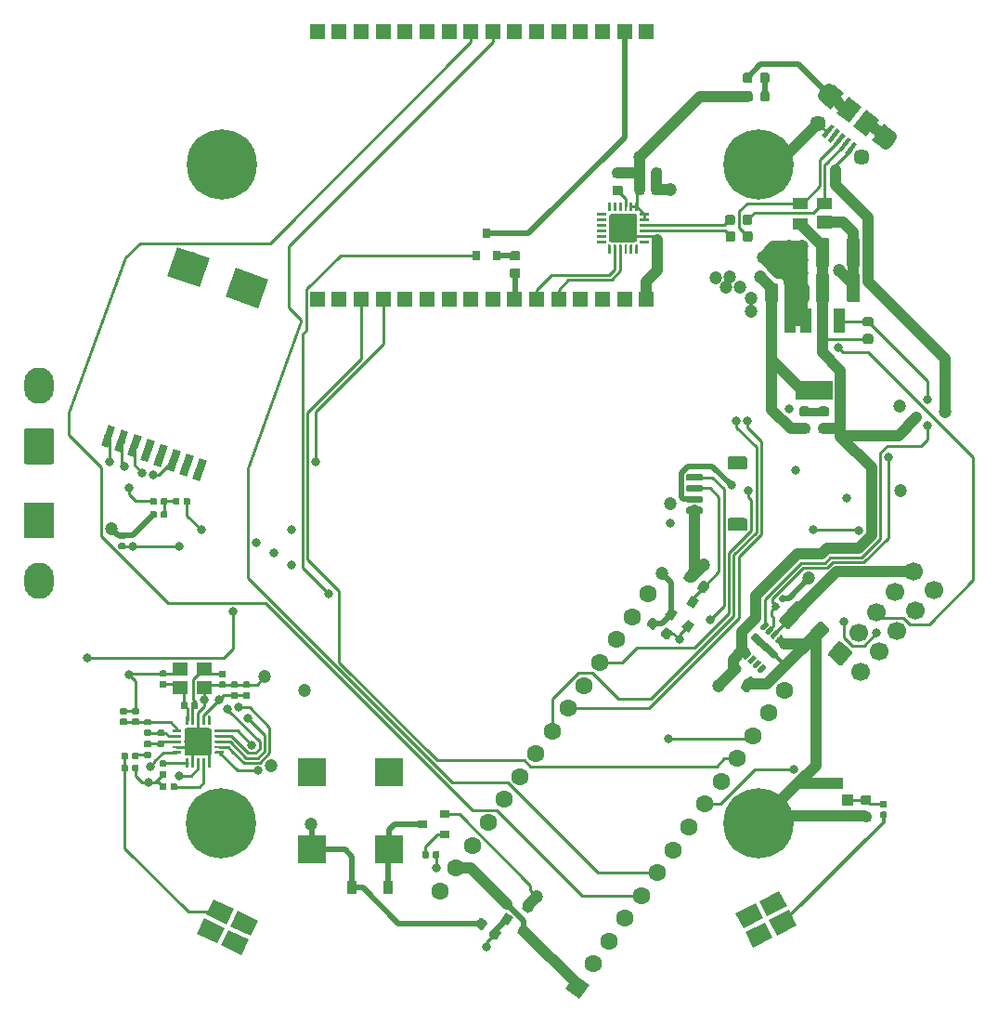
<source format=gtl>
G04 #@! TF.GenerationSoftware,KiCad,Pcbnew,6.0.0-unknown-becd6a6~86~ubuntu18.04.1*
G04 #@! TF.CreationDate,2019-07-08T11:58:21-06:00*
G04 #@! TF.ProjectId,main_board_onion,6d61696e-5f62-46f6-9172-645f6f6e696f,rev?*
G04 #@! TF.SameCoordinates,Original*
G04 #@! TF.FileFunction,Copper,L1,Top*
G04 #@! TF.FilePolarity,Positive*
%FSLAX46Y46*%
G04 Gerber Fmt 4.6, Leading zero omitted, Abs format (unit mm)*
G04 Created by KiCad (PCBNEW 6.0.0-unknown-becd6a6~86~ubuntu18.04.1) date 2019-07-08 11:58:21*
%MOMM*%
%LPD*%
G04 APERTURE LIST*
%ADD10C,1.600000*%
%ADD11C,0.100000*%
%ADD12C,0.590000*%
%ADD13R,0.900000X0.800000*%
%ADD14R,2.500000X2.500000*%
%ADD15R,0.900000X1.200000*%
%ADD16C,1.200000*%
%ADD17C,0.600000*%
%ADD18R,1.050000X1.000000*%
%ADD19R,2.200000X1.050000*%
%ADD20C,0.875000*%
%ADD21R,1.400000X1.200000*%
%ADD22C,1.540000*%
%ADD23C,2.500000*%
%ADD24C,0.250000*%
%ADD25C,1.500000*%
%ADD26C,1.450000*%
%ADD27C,0.400000*%
%ADD28C,1.200000*%
%ADD29C,2.800000*%
%ADD30C,0.700000*%
%ADD31R,1.000000X2.200000*%
%ADD32R,3.400000X1.800000*%
%ADD33C,0.450000*%
%ADD34C,0.500000*%
%ADD35C,2.600000*%
%ADD36C,0.800000*%
%ADD37R,0.800000X0.900000*%
%ADD38C,1.700000*%
%ADD39O,2.700000X3.300000*%
%ADD40C,2.700000*%
%ADD41R,1.400000X1.000000*%
%ADD42C,1.250000*%
%ADD43C,0.975000*%
%ADD44R,2.700000X3.300000*%
%ADD45C,6.400000*%
%ADD46R,1.350000X1.350000*%
%ADD47C,1.000000*%
%ADD48C,0.250000*%
%ADD49C,0.500000*%
%ADD50C,0.750000*%
%ADD51C,0.300000*%
G04 APERTURE END LIST*
D10*
X157272192Y-135644853D03*
D11*
G36*
X157468652Y-136759036D02*
G01*
X156158009Y-135841313D01*
X157075732Y-134530670D01*
X158386375Y-135448393D01*
X157468652Y-136759036D01*
X157468652Y-136759036D01*
G37*
D10*
X158729076Y-133564207D03*
X160185960Y-131483560D03*
X161642844Y-129402914D03*
X163099728Y-127322268D03*
X164556612Y-125241622D03*
X166013497Y-123160976D03*
X167470381Y-121080329D03*
X168927265Y-118999683D03*
X170384149Y-116919037D03*
X171841033Y-114838391D03*
X173297917Y-112757745D03*
X174754801Y-110677098D03*
X144788314Y-126903548D03*
X146245199Y-124822902D03*
X147702083Y-122742255D03*
X149158967Y-120661609D03*
X150615851Y-118580963D03*
X152072735Y-116500317D03*
X153529619Y-114419671D03*
X154986503Y-112339024D03*
X156443388Y-110258378D03*
X157900272Y-108177732D03*
X159357156Y-106097086D03*
X160814040Y-104016440D03*
X162270924Y-101935793D03*
X176211686Y-108596452D03*
X163727808Y-99855147D03*
D11*
G36*
X144603946Y-123291228D02*
G01*
X144651798Y-123323202D01*
X144683772Y-123371054D01*
X144695000Y-123427500D01*
X144695000Y-123772500D01*
X144683772Y-123828946D01*
X144651798Y-123876798D01*
X144603946Y-123908772D01*
X144547500Y-123920000D01*
X144252500Y-123920000D01*
X144196054Y-123908772D01*
X144148202Y-123876798D01*
X144116228Y-123828946D01*
X144105000Y-123772500D01*
X144105000Y-123427500D01*
X144116228Y-123371054D01*
X144148202Y-123323202D01*
X144196054Y-123291228D01*
X144252500Y-123280000D01*
X144547500Y-123280000D01*
X144603946Y-123291228D01*
X144603946Y-123291228D01*
G37*
D12*
X144400000Y-123600000D03*
D11*
G36*
X143633946Y-123291228D02*
G01*
X143681798Y-123323202D01*
X143713772Y-123371054D01*
X143725000Y-123427500D01*
X143725000Y-123772500D01*
X143713772Y-123828946D01*
X143681798Y-123876798D01*
X143633946Y-123908772D01*
X143577500Y-123920000D01*
X143282500Y-123920000D01*
X143226054Y-123908772D01*
X143178202Y-123876798D01*
X143146228Y-123828946D01*
X143135000Y-123772500D01*
X143135000Y-123427500D01*
X143146228Y-123371054D01*
X143178202Y-123323202D01*
X143226054Y-123291228D01*
X143282500Y-123280000D01*
X143577500Y-123280000D01*
X143633946Y-123291228D01*
X143633946Y-123291228D01*
G37*
D12*
X143430000Y-123600000D03*
D11*
G36*
X126228946Y-107831228D02*
G01*
X126276798Y-107863202D01*
X126308772Y-107911054D01*
X126320000Y-107967500D01*
X126320000Y-108262500D01*
X126308772Y-108318946D01*
X126276798Y-108366798D01*
X126228946Y-108398772D01*
X126172500Y-108410000D01*
X125827500Y-108410000D01*
X125771054Y-108398772D01*
X125723202Y-108366798D01*
X125691228Y-108318946D01*
X125680000Y-108262500D01*
X125680000Y-107967500D01*
X125691228Y-107911054D01*
X125723202Y-107863202D01*
X125771054Y-107831228D01*
X125827500Y-107820000D01*
X126172500Y-107820000D01*
X126228946Y-107831228D01*
X126228946Y-107831228D01*
G37*
D12*
X126000000Y-108115000D03*
D11*
G36*
X126228946Y-108801228D02*
G01*
X126276798Y-108833202D01*
X126308772Y-108881054D01*
X126320000Y-108937500D01*
X126320000Y-109232500D01*
X126308772Y-109288946D01*
X126276798Y-109336798D01*
X126228946Y-109368772D01*
X126172500Y-109380000D01*
X125827500Y-109380000D01*
X125771054Y-109368772D01*
X125723202Y-109336798D01*
X125691228Y-109288946D01*
X125680000Y-109232500D01*
X125680000Y-108937500D01*
X125691228Y-108881054D01*
X125723202Y-108833202D01*
X125771054Y-108801228D01*
X125827500Y-108790000D01*
X126172500Y-108790000D01*
X126228946Y-108801228D01*
X126228946Y-108801228D01*
G37*
D12*
X126000000Y-109085000D03*
D11*
G36*
X127328946Y-107831228D02*
G01*
X127376798Y-107863202D01*
X127408772Y-107911054D01*
X127420000Y-107967500D01*
X127420000Y-108262500D01*
X127408772Y-108318946D01*
X127376798Y-108366798D01*
X127328946Y-108398772D01*
X127272500Y-108410000D01*
X126927500Y-108410000D01*
X126871054Y-108398772D01*
X126823202Y-108366798D01*
X126791228Y-108318946D01*
X126780000Y-108262500D01*
X126780000Y-107967500D01*
X126791228Y-107911054D01*
X126823202Y-107863202D01*
X126871054Y-107831228D01*
X126927500Y-107820000D01*
X127272500Y-107820000D01*
X127328946Y-107831228D01*
X127328946Y-107831228D01*
G37*
D12*
X127100000Y-108115000D03*
D11*
G36*
X127328946Y-108801228D02*
G01*
X127376798Y-108833202D01*
X127408772Y-108881054D01*
X127420000Y-108937500D01*
X127420000Y-109232500D01*
X127408772Y-109288946D01*
X127376798Y-109336798D01*
X127328946Y-109368772D01*
X127272500Y-109380000D01*
X126927500Y-109380000D01*
X126871054Y-109368772D01*
X126823202Y-109336798D01*
X126791228Y-109288946D01*
X126780000Y-109232500D01*
X126780000Y-108937500D01*
X126791228Y-108881054D01*
X126823202Y-108833202D01*
X126871054Y-108801228D01*
X126927500Y-108790000D01*
X127272500Y-108790000D01*
X127328946Y-108801228D01*
X127328946Y-108801228D01*
G37*
D12*
X127100000Y-109085000D03*
D11*
G36*
X116218946Y-115391228D02*
G01*
X116266798Y-115423202D01*
X116298772Y-115471054D01*
X116310000Y-115527500D01*
X116310000Y-115872500D01*
X116298772Y-115928946D01*
X116266798Y-115976798D01*
X116218946Y-116008772D01*
X116162500Y-116020000D01*
X115867500Y-116020000D01*
X115811054Y-116008772D01*
X115763202Y-115976798D01*
X115731228Y-115928946D01*
X115720000Y-115872500D01*
X115720000Y-115527500D01*
X115731228Y-115471054D01*
X115763202Y-115423202D01*
X115811054Y-115391228D01*
X115867500Y-115380000D01*
X116162500Y-115380000D01*
X116218946Y-115391228D01*
X116218946Y-115391228D01*
G37*
D12*
X116015000Y-115700000D03*
D11*
G36*
X117188946Y-115391228D02*
G01*
X117236798Y-115423202D01*
X117268772Y-115471054D01*
X117280000Y-115527500D01*
X117280000Y-115872500D01*
X117268772Y-115928946D01*
X117236798Y-115976798D01*
X117188946Y-116008772D01*
X117132500Y-116020000D01*
X116837500Y-116020000D01*
X116781054Y-116008772D01*
X116733202Y-115976798D01*
X116701228Y-115928946D01*
X116690000Y-115872500D01*
X116690000Y-115527500D01*
X116701228Y-115471054D01*
X116733202Y-115423202D01*
X116781054Y-115391228D01*
X116837500Y-115380000D01*
X117132500Y-115380000D01*
X117188946Y-115391228D01*
X117188946Y-115391228D01*
G37*
D12*
X116985000Y-115700000D03*
D11*
G36*
X116128946Y-110231228D02*
G01*
X116176798Y-110263202D01*
X116208772Y-110311054D01*
X116220000Y-110367500D01*
X116220000Y-110662500D01*
X116208772Y-110718946D01*
X116176798Y-110766798D01*
X116128946Y-110798772D01*
X116072500Y-110810000D01*
X115727500Y-110810000D01*
X115671054Y-110798772D01*
X115623202Y-110766798D01*
X115591228Y-110718946D01*
X115580000Y-110662500D01*
X115580000Y-110367500D01*
X115591228Y-110311054D01*
X115623202Y-110263202D01*
X115671054Y-110231228D01*
X115727500Y-110220000D01*
X116072500Y-110220000D01*
X116128946Y-110231228D01*
X116128946Y-110231228D01*
G37*
D12*
X115900000Y-110515000D03*
D11*
G36*
X116128946Y-111201228D02*
G01*
X116176798Y-111233202D01*
X116208772Y-111281054D01*
X116220000Y-111337500D01*
X116220000Y-111632500D01*
X116208772Y-111688946D01*
X116176798Y-111736798D01*
X116128946Y-111768772D01*
X116072500Y-111780000D01*
X115727500Y-111780000D01*
X115671054Y-111768772D01*
X115623202Y-111736798D01*
X115591228Y-111688946D01*
X115580000Y-111632500D01*
X115580000Y-111337500D01*
X115591228Y-111281054D01*
X115623202Y-111233202D01*
X115671054Y-111201228D01*
X115727500Y-111190000D01*
X116072500Y-111190000D01*
X116128946Y-111201228D01*
X116128946Y-111201228D01*
G37*
D12*
X115900000Y-111485000D03*
D11*
G36*
X117188946Y-114291228D02*
G01*
X117236798Y-114323202D01*
X117268772Y-114371054D01*
X117280000Y-114427500D01*
X117280000Y-114772500D01*
X117268772Y-114828946D01*
X117236798Y-114876798D01*
X117188946Y-114908772D01*
X117132500Y-114920000D01*
X116837500Y-114920000D01*
X116781054Y-114908772D01*
X116733202Y-114876798D01*
X116701228Y-114828946D01*
X116690000Y-114772500D01*
X116690000Y-114427500D01*
X116701228Y-114371054D01*
X116733202Y-114323202D01*
X116781054Y-114291228D01*
X116837500Y-114280000D01*
X117132500Y-114280000D01*
X117188946Y-114291228D01*
X117188946Y-114291228D01*
G37*
D12*
X116985000Y-114600000D03*
D11*
G36*
X116218946Y-114291228D02*
G01*
X116266798Y-114323202D01*
X116298772Y-114371054D01*
X116310000Y-114427500D01*
X116310000Y-114772500D01*
X116298772Y-114828946D01*
X116266798Y-114876798D01*
X116218946Y-114908772D01*
X116162500Y-114920000D01*
X115867500Y-114920000D01*
X115811054Y-114908772D01*
X115763202Y-114876798D01*
X115731228Y-114828946D01*
X115720000Y-114772500D01*
X115720000Y-114427500D01*
X115731228Y-114371054D01*
X115763202Y-114323202D01*
X115811054Y-114291228D01*
X115867500Y-114280000D01*
X116162500Y-114280000D01*
X116218946Y-114291228D01*
X116218946Y-114291228D01*
G37*
D12*
X116015000Y-114600000D03*
D11*
G36*
X117228946Y-110231228D02*
G01*
X117276798Y-110263202D01*
X117308772Y-110311054D01*
X117320000Y-110367500D01*
X117320000Y-110662500D01*
X117308772Y-110718946D01*
X117276798Y-110766798D01*
X117228946Y-110798772D01*
X117172500Y-110810000D01*
X116827500Y-110810000D01*
X116771054Y-110798772D01*
X116723202Y-110766798D01*
X116691228Y-110718946D01*
X116680000Y-110662500D01*
X116680000Y-110367500D01*
X116691228Y-110311054D01*
X116723202Y-110263202D01*
X116771054Y-110231228D01*
X116827500Y-110220000D01*
X117172500Y-110220000D01*
X117228946Y-110231228D01*
X117228946Y-110231228D01*
G37*
D12*
X117000000Y-110515000D03*
D11*
G36*
X117228946Y-111201228D02*
G01*
X117276798Y-111233202D01*
X117308772Y-111281054D01*
X117320000Y-111337500D01*
X117320000Y-111632500D01*
X117308772Y-111688946D01*
X117276798Y-111736798D01*
X117228946Y-111768772D01*
X117172500Y-111780000D01*
X116827500Y-111780000D01*
X116771054Y-111768772D01*
X116723202Y-111736798D01*
X116691228Y-111688946D01*
X116680000Y-111632500D01*
X116680000Y-111337500D01*
X116691228Y-111281054D01*
X116723202Y-111233202D01*
X116771054Y-111201228D01*
X116827500Y-111190000D01*
X117172500Y-111190000D01*
X117228946Y-111201228D01*
X117228946Y-111201228D01*
G37*
D12*
X117000000Y-111485000D03*
D11*
G36*
X119728946Y-106816228D02*
G01*
X119776798Y-106848202D01*
X119808772Y-106896054D01*
X119820000Y-106952500D01*
X119820000Y-107247500D01*
X119808772Y-107303946D01*
X119776798Y-107351798D01*
X119728946Y-107383772D01*
X119672500Y-107395000D01*
X119327500Y-107395000D01*
X119271054Y-107383772D01*
X119223202Y-107351798D01*
X119191228Y-107303946D01*
X119180000Y-107247500D01*
X119180000Y-106952500D01*
X119191228Y-106896054D01*
X119223202Y-106848202D01*
X119271054Y-106816228D01*
X119327500Y-106805000D01*
X119672500Y-106805000D01*
X119728946Y-106816228D01*
X119728946Y-106816228D01*
G37*
D12*
X119500000Y-107100000D03*
D11*
G36*
X119728946Y-107786228D02*
G01*
X119776798Y-107818202D01*
X119808772Y-107866054D01*
X119820000Y-107922500D01*
X119820000Y-108217500D01*
X119808772Y-108273946D01*
X119776798Y-108321798D01*
X119728946Y-108353772D01*
X119672500Y-108365000D01*
X119327500Y-108365000D01*
X119271054Y-108353772D01*
X119223202Y-108321798D01*
X119191228Y-108273946D01*
X119180000Y-108217500D01*
X119180000Y-107922500D01*
X119191228Y-107866054D01*
X119223202Y-107818202D01*
X119271054Y-107786228D01*
X119327500Y-107775000D01*
X119672500Y-107775000D01*
X119728946Y-107786228D01*
X119728946Y-107786228D01*
G37*
D12*
X119500000Y-108070000D03*
D11*
G36*
X125128946Y-107816228D02*
G01*
X125176798Y-107848202D01*
X125208772Y-107896054D01*
X125220000Y-107952500D01*
X125220000Y-108247500D01*
X125208772Y-108303946D01*
X125176798Y-108351798D01*
X125128946Y-108383772D01*
X125072500Y-108395000D01*
X124727500Y-108395000D01*
X124671054Y-108383772D01*
X124623202Y-108351798D01*
X124591228Y-108303946D01*
X124580000Y-108247500D01*
X124580000Y-107952500D01*
X124591228Y-107896054D01*
X124623202Y-107848202D01*
X124671054Y-107816228D01*
X124727500Y-107805000D01*
X125072500Y-107805000D01*
X125128946Y-107816228D01*
X125128946Y-107816228D01*
G37*
D12*
X124900000Y-108100000D03*
D11*
G36*
X125128946Y-106846228D02*
G01*
X125176798Y-106878202D01*
X125208772Y-106926054D01*
X125220000Y-106982500D01*
X125220000Y-107277500D01*
X125208772Y-107333946D01*
X125176798Y-107381798D01*
X125128946Y-107413772D01*
X125072500Y-107425000D01*
X124727500Y-107425000D01*
X124671054Y-107413772D01*
X124623202Y-107381798D01*
X124591228Y-107333946D01*
X124580000Y-107277500D01*
X124580000Y-106982500D01*
X124591228Y-106926054D01*
X124623202Y-106878202D01*
X124671054Y-106846228D01*
X124727500Y-106835000D01*
X125072500Y-106835000D01*
X125128946Y-106846228D01*
X125128946Y-106846228D01*
G37*
D12*
X124900000Y-107130000D03*
D11*
G36*
X119718946Y-117091228D02*
G01*
X119766798Y-117123202D01*
X119798772Y-117171054D01*
X119810000Y-117227500D01*
X119810000Y-117572500D01*
X119798772Y-117628946D01*
X119766798Y-117676798D01*
X119718946Y-117708772D01*
X119662500Y-117720000D01*
X119367500Y-117720000D01*
X119311054Y-117708772D01*
X119263202Y-117676798D01*
X119231228Y-117628946D01*
X119220000Y-117572500D01*
X119220000Y-117227500D01*
X119231228Y-117171054D01*
X119263202Y-117123202D01*
X119311054Y-117091228D01*
X119367500Y-117080000D01*
X119662500Y-117080000D01*
X119718946Y-117091228D01*
X119718946Y-117091228D01*
G37*
D12*
X119515000Y-117400000D03*
D11*
G36*
X120688946Y-117091228D02*
G01*
X120736798Y-117123202D01*
X120768772Y-117171054D01*
X120780000Y-117227500D01*
X120780000Y-117572500D01*
X120768772Y-117628946D01*
X120736798Y-117676798D01*
X120688946Y-117708772D01*
X120632500Y-117720000D01*
X120337500Y-117720000D01*
X120281054Y-117708772D01*
X120233202Y-117676798D01*
X120201228Y-117628946D01*
X120190000Y-117572500D01*
X120190000Y-117227500D01*
X120201228Y-117171054D01*
X120233202Y-117123202D01*
X120281054Y-117091228D01*
X120337500Y-117080000D01*
X120632500Y-117080000D01*
X120688946Y-117091228D01*
X120688946Y-117091228D01*
G37*
D12*
X120485000Y-117400000D03*
D11*
G36*
X175395212Y-100596346D02*
G01*
X175444673Y-100625772D01*
X175701058Y-100856622D01*
X175735492Y-100902736D01*
X175749659Y-100958516D01*
X175741401Y-101015472D01*
X175711975Y-101064933D01*
X175514582Y-101284161D01*
X175468469Y-101318595D01*
X175412688Y-101332762D01*
X175355732Y-101324504D01*
X175306271Y-101295078D01*
X175049886Y-101064228D01*
X175015452Y-101018114D01*
X175001285Y-100962334D01*
X175009543Y-100905378D01*
X175038969Y-100855917D01*
X175236362Y-100636689D01*
X175282475Y-100602255D01*
X175338256Y-100588088D01*
X175395212Y-100596346D01*
X175395212Y-100596346D01*
G37*
D12*
X175375472Y-100960425D03*
D11*
G36*
X176044268Y-99875496D02*
G01*
X176093729Y-99904922D01*
X176350114Y-100135772D01*
X176384548Y-100181886D01*
X176398715Y-100237666D01*
X176390457Y-100294622D01*
X176361031Y-100344083D01*
X176163638Y-100563311D01*
X176117525Y-100597745D01*
X176061744Y-100611912D01*
X176004788Y-100603654D01*
X175955327Y-100574228D01*
X175698942Y-100343378D01*
X175664508Y-100297264D01*
X175650341Y-100241484D01*
X175658599Y-100184528D01*
X175688025Y-100135067D01*
X175885418Y-99915839D01*
X175931531Y-99881405D01*
X175987312Y-99867238D01*
X176044268Y-99875496D01*
X176044268Y-99875496D01*
G37*
D12*
X176024528Y-100239575D03*
D13*
X143200000Y-120850000D03*
X145200000Y-119900000D03*
X145200000Y-121800000D03*
D14*
X140100000Y-116100000D03*
X140100000Y-123100000D03*
X133100000Y-123100000D03*
X133100000Y-116100000D03*
D15*
X140050000Y-126600000D03*
X136750000Y-126600000D03*
D11*
G36*
X172620671Y-87332930D02*
G01*
X172701777Y-87387123D01*
X172755970Y-87468229D01*
X172775000Y-87563899D01*
X172775000Y-88263901D01*
X172755970Y-88359571D01*
X172701777Y-88440677D01*
X172620671Y-88494870D01*
X172525001Y-88513900D01*
X171224999Y-88513900D01*
X171129329Y-88494870D01*
X171048223Y-88440677D01*
X170994030Y-88359571D01*
X170975000Y-88263901D01*
X170975000Y-87563899D01*
X170994030Y-87468229D01*
X171048223Y-87387123D01*
X171129329Y-87332930D01*
X171224999Y-87313900D01*
X172525001Y-87313900D01*
X172620671Y-87332930D01*
X172620671Y-87332930D01*
G37*
D16*
X171875000Y-87913900D03*
D11*
G36*
X172620671Y-92932930D02*
G01*
X172701777Y-92987123D01*
X172755970Y-93068229D01*
X172775000Y-93163899D01*
X172775000Y-93863901D01*
X172755970Y-93959571D01*
X172701777Y-94040677D01*
X172620671Y-94094870D01*
X172525001Y-94113900D01*
X171224999Y-94113900D01*
X171129329Y-94094870D01*
X171048223Y-94040677D01*
X170994030Y-93959571D01*
X170975000Y-93863901D01*
X170975000Y-93163899D01*
X170994030Y-93068229D01*
X171048223Y-92987123D01*
X171129329Y-92932930D01*
X171224999Y-92913900D01*
X172525001Y-92913900D01*
X172620671Y-92932930D01*
X172620671Y-92932930D01*
G37*
D16*
X171875000Y-93513900D03*
D11*
G36*
X168632403Y-88925318D02*
G01*
X168681066Y-88957834D01*
X168713582Y-89006497D01*
X168725000Y-89063900D01*
X168725000Y-89363900D01*
X168713582Y-89421303D01*
X168681066Y-89469966D01*
X168632403Y-89502482D01*
X168575000Y-89513900D01*
X167375000Y-89513900D01*
X167317597Y-89502482D01*
X167268934Y-89469966D01*
X167236418Y-89421303D01*
X167225000Y-89363900D01*
X167225000Y-89063900D01*
X167236418Y-89006497D01*
X167268934Y-88957834D01*
X167317597Y-88925318D01*
X167375000Y-88913900D01*
X168575000Y-88913900D01*
X168632403Y-88925318D01*
X168632403Y-88925318D01*
G37*
D17*
X167975000Y-89213900D03*
D11*
G36*
X168632403Y-89925318D02*
G01*
X168681066Y-89957834D01*
X168713582Y-90006497D01*
X168725000Y-90063900D01*
X168725000Y-90363900D01*
X168713582Y-90421303D01*
X168681066Y-90469966D01*
X168632403Y-90502482D01*
X168575000Y-90513900D01*
X167375000Y-90513900D01*
X167317597Y-90502482D01*
X167268934Y-90469966D01*
X167236418Y-90421303D01*
X167225000Y-90363900D01*
X167225000Y-90063900D01*
X167236418Y-90006497D01*
X167268934Y-89957834D01*
X167317597Y-89925318D01*
X167375000Y-89913900D01*
X168575000Y-89913900D01*
X168632403Y-89925318D01*
X168632403Y-89925318D01*
G37*
D17*
X167975000Y-90213900D03*
D11*
G36*
X168632403Y-90925318D02*
G01*
X168681066Y-90957834D01*
X168713582Y-91006497D01*
X168725000Y-91063900D01*
X168725000Y-91363900D01*
X168713582Y-91421303D01*
X168681066Y-91469966D01*
X168632403Y-91502482D01*
X168575000Y-91513900D01*
X167375000Y-91513900D01*
X167317597Y-91502482D01*
X167268934Y-91469966D01*
X167236418Y-91421303D01*
X167225000Y-91363900D01*
X167225000Y-91063900D01*
X167236418Y-91006497D01*
X167268934Y-90957834D01*
X167317597Y-90925318D01*
X167375000Y-90913900D01*
X168575000Y-90913900D01*
X168632403Y-90925318D01*
X168632403Y-90925318D01*
G37*
D17*
X167975000Y-91213900D03*
D11*
G36*
X168632403Y-91925318D02*
G01*
X168681066Y-91957834D01*
X168713582Y-92006497D01*
X168725000Y-92063900D01*
X168725000Y-92363900D01*
X168713582Y-92421303D01*
X168681066Y-92469966D01*
X168632403Y-92502482D01*
X168575000Y-92513900D01*
X167375000Y-92513900D01*
X167317597Y-92502482D01*
X167268934Y-92469966D01*
X167236418Y-92421303D01*
X167225000Y-92363900D01*
X167225000Y-92063900D01*
X167236418Y-92006497D01*
X167268934Y-91957834D01*
X167317597Y-91925318D01*
X167375000Y-91913900D01*
X168575000Y-91913900D01*
X168632403Y-91925318D01*
X168632403Y-91925318D01*
G37*
D17*
X167975000Y-92213900D03*
D11*
G36*
X120918946Y-91091228D02*
G01*
X120966798Y-91123202D01*
X120998772Y-91171054D01*
X121010000Y-91227500D01*
X121010000Y-91572500D01*
X120998772Y-91628946D01*
X120966798Y-91676798D01*
X120918946Y-91708772D01*
X120862500Y-91720000D01*
X120567500Y-91720000D01*
X120511054Y-91708772D01*
X120463202Y-91676798D01*
X120431228Y-91628946D01*
X120420000Y-91572500D01*
X120420000Y-91227500D01*
X120431228Y-91171054D01*
X120463202Y-91123202D01*
X120511054Y-91091228D01*
X120567500Y-91080000D01*
X120862500Y-91080000D01*
X120918946Y-91091228D01*
X120918946Y-91091228D01*
G37*
D12*
X120715000Y-91400000D03*
D11*
G36*
X121888946Y-91091228D02*
G01*
X121936798Y-91123202D01*
X121968772Y-91171054D01*
X121980000Y-91227500D01*
X121980000Y-91572500D01*
X121968772Y-91628946D01*
X121936798Y-91676798D01*
X121888946Y-91708772D01*
X121832500Y-91720000D01*
X121537500Y-91720000D01*
X121481054Y-91708772D01*
X121433202Y-91676798D01*
X121401228Y-91628946D01*
X121390000Y-91572500D01*
X121390000Y-91227500D01*
X121401228Y-91171054D01*
X121433202Y-91123202D01*
X121481054Y-91091228D01*
X121537500Y-91080000D01*
X121832500Y-91080000D01*
X121888946Y-91091228D01*
X121888946Y-91091228D01*
G37*
D12*
X121685000Y-91400000D03*
D11*
G36*
X119803946Y-91091228D02*
G01*
X119851798Y-91123202D01*
X119883772Y-91171054D01*
X119895000Y-91227500D01*
X119895000Y-91572500D01*
X119883772Y-91628946D01*
X119851798Y-91676798D01*
X119803946Y-91708772D01*
X119747500Y-91720000D01*
X119452500Y-91720000D01*
X119396054Y-91708772D01*
X119348202Y-91676798D01*
X119316228Y-91628946D01*
X119305000Y-91572500D01*
X119305000Y-91227500D01*
X119316228Y-91171054D01*
X119348202Y-91123202D01*
X119396054Y-91091228D01*
X119452500Y-91080000D01*
X119747500Y-91080000D01*
X119803946Y-91091228D01*
X119803946Y-91091228D01*
G37*
D12*
X119600000Y-91400000D03*
D11*
G36*
X118833946Y-91091228D02*
G01*
X118881798Y-91123202D01*
X118913772Y-91171054D01*
X118925000Y-91227500D01*
X118925000Y-91572500D01*
X118913772Y-91628946D01*
X118881798Y-91676798D01*
X118833946Y-91708772D01*
X118777500Y-91720000D01*
X118482500Y-91720000D01*
X118426054Y-91708772D01*
X118378202Y-91676798D01*
X118346228Y-91628946D01*
X118335000Y-91572500D01*
X118335000Y-91227500D01*
X118346228Y-91171054D01*
X118378202Y-91123202D01*
X118426054Y-91091228D01*
X118482500Y-91080000D01*
X118777500Y-91080000D01*
X118833946Y-91091228D01*
X118833946Y-91091228D01*
G37*
D12*
X118630000Y-91400000D03*
D11*
G36*
X119803946Y-92291228D02*
G01*
X119851798Y-92323202D01*
X119883772Y-92371054D01*
X119895000Y-92427500D01*
X119895000Y-92772500D01*
X119883772Y-92828946D01*
X119851798Y-92876798D01*
X119803946Y-92908772D01*
X119747500Y-92920000D01*
X119452500Y-92920000D01*
X119396054Y-92908772D01*
X119348202Y-92876798D01*
X119316228Y-92828946D01*
X119305000Y-92772500D01*
X119305000Y-92427500D01*
X119316228Y-92371054D01*
X119348202Y-92323202D01*
X119396054Y-92291228D01*
X119452500Y-92280000D01*
X119747500Y-92280000D01*
X119803946Y-92291228D01*
X119803946Y-92291228D01*
G37*
D12*
X119600000Y-92600000D03*
D11*
G36*
X118833946Y-92291228D02*
G01*
X118881798Y-92323202D01*
X118913772Y-92371054D01*
X118925000Y-92427500D01*
X118925000Y-92772500D01*
X118913772Y-92828946D01*
X118881798Y-92876798D01*
X118833946Y-92908772D01*
X118777500Y-92920000D01*
X118482500Y-92920000D01*
X118426054Y-92908772D01*
X118378202Y-92876798D01*
X118346228Y-92828946D01*
X118335000Y-92772500D01*
X118335000Y-92427500D01*
X118346228Y-92371054D01*
X118378202Y-92323202D01*
X118426054Y-92291228D01*
X118482500Y-92280000D01*
X118777500Y-92280000D01*
X118833946Y-92291228D01*
X118833946Y-92291228D01*
G37*
D12*
X118630000Y-92600000D03*
D11*
G36*
X115978946Y-95201228D02*
G01*
X116026798Y-95233202D01*
X116058772Y-95281054D01*
X116070000Y-95337500D01*
X116070000Y-95632500D01*
X116058772Y-95688946D01*
X116026798Y-95736798D01*
X115978946Y-95768772D01*
X115922500Y-95780000D01*
X115577500Y-95780000D01*
X115521054Y-95768772D01*
X115473202Y-95736798D01*
X115441228Y-95688946D01*
X115430000Y-95632500D01*
X115430000Y-95337500D01*
X115441228Y-95281054D01*
X115473202Y-95233202D01*
X115521054Y-95201228D01*
X115577500Y-95190000D01*
X115922500Y-95190000D01*
X115978946Y-95201228D01*
X115978946Y-95201228D01*
G37*
D12*
X115750000Y-95485000D03*
D11*
G36*
X115978946Y-94231228D02*
G01*
X116026798Y-94263202D01*
X116058772Y-94311054D01*
X116070000Y-94367500D01*
X116070000Y-94662500D01*
X116058772Y-94718946D01*
X116026798Y-94766798D01*
X115978946Y-94798772D01*
X115922500Y-94810000D01*
X115577500Y-94810000D01*
X115521054Y-94798772D01*
X115473202Y-94766798D01*
X115441228Y-94718946D01*
X115430000Y-94662500D01*
X115430000Y-94367500D01*
X115441228Y-94311054D01*
X115473202Y-94263202D01*
X115521054Y-94231228D01*
X115577500Y-94220000D01*
X115922500Y-94220000D01*
X115978946Y-94231228D01*
X115978946Y-94231228D01*
G37*
D12*
X115750000Y-94515000D03*
D18*
X181925000Y-118600000D03*
D19*
X180400000Y-117125000D03*
X180400000Y-120075000D03*
D11*
G36*
X183939962Y-119754151D02*
G01*
X184010930Y-119801570D01*
X184058349Y-119872538D01*
X184075000Y-119956250D01*
X184075000Y-120393750D01*
X184058349Y-120477462D01*
X184010930Y-120548430D01*
X183939962Y-120595849D01*
X183856250Y-120612500D01*
X183343750Y-120612500D01*
X183260038Y-120595849D01*
X183189070Y-120548430D01*
X183141651Y-120477462D01*
X183125000Y-120393750D01*
X183125000Y-119956250D01*
X183141651Y-119872538D01*
X183189070Y-119801570D01*
X183260038Y-119754151D01*
X183343750Y-119737500D01*
X183856250Y-119737500D01*
X183939962Y-119754151D01*
X183939962Y-119754151D01*
G37*
D20*
X183600000Y-120175000D03*
D11*
G36*
X183939962Y-118179151D02*
G01*
X184010930Y-118226570D01*
X184058349Y-118297538D01*
X184075000Y-118381250D01*
X184075000Y-118818750D01*
X184058349Y-118902462D01*
X184010930Y-118973430D01*
X183939962Y-119020849D01*
X183856250Y-119037500D01*
X183343750Y-119037500D01*
X183260038Y-119020849D01*
X183189070Y-118973430D01*
X183141651Y-118902462D01*
X183125000Y-118818750D01*
X183125000Y-118381250D01*
X183141651Y-118297538D01*
X183189070Y-118226570D01*
X183260038Y-118179151D01*
X183343750Y-118162500D01*
X183856250Y-118162500D01*
X183939962Y-118179151D01*
X183939962Y-118179151D01*
G37*
D20*
X183600000Y-118600000D03*
D11*
G36*
X173127462Y-54041651D02*
G01*
X173198430Y-54089070D01*
X173245849Y-54160038D01*
X173262500Y-54243750D01*
X173262500Y-54756250D01*
X173245849Y-54839962D01*
X173198430Y-54910930D01*
X173127462Y-54958349D01*
X173043750Y-54975000D01*
X172606250Y-54975000D01*
X172522538Y-54958349D01*
X172451570Y-54910930D01*
X172404151Y-54839962D01*
X172387500Y-54756250D01*
X172387500Y-54243750D01*
X172404151Y-54160038D01*
X172451570Y-54089070D01*
X172522538Y-54041651D01*
X172606250Y-54025000D01*
X173043750Y-54025000D01*
X173127462Y-54041651D01*
X173127462Y-54041651D01*
G37*
D20*
X172825000Y-54500000D03*
D11*
G36*
X174702462Y-54041651D02*
G01*
X174773430Y-54089070D01*
X174820849Y-54160038D01*
X174837500Y-54243750D01*
X174837500Y-54756250D01*
X174820849Y-54839962D01*
X174773430Y-54910930D01*
X174702462Y-54958349D01*
X174618750Y-54975000D01*
X174181250Y-54975000D01*
X174097538Y-54958349D01*
X174026570Y-54910930D01*
X173979151Y-54839962D01*
X173962500Y-54756250D01*
X173962500Y-54243750D01*
X173979151Y-54160038D01*
X174026570Y-54089070D01*
X174097538Y-54041651D01*
X174181250Y-54025000D01*
X174618750Y-54025000D01*
X174702462Y-54041651D01*
X174702462Y-54041651D01*
G37*
D20*
X174400000Y-54500000D03*
D11*
G36*
X180089962Y-84354151D02*
G01*
X180160930Y-84401570D01*
X180208349Y-84472538D01*
X180225000Y-84556250D01*
X180225000Y-84993750D01*
X180208349Y-85077462D01*
X180160930Y-85148430D01*
X180089962Y-85195849D01*
X180006250Y-85212500D01*
X179493750Y-85212500D01*
X179410038Y-85195849D01*
X179339070Y-85148430D01*
X179291651Y-85077462D01*
X179275000Y-84993750D01*
X179275000Y-84556250D01*
X179291651Y-84472538D01*
X179339070Y-84401570D01*
X179410038Y-84354151D01*
X179493750Y-84337500D01*
X180006250Y-84337500D01*
X180089962Y-84354151D01*
X180089962Y-84354151D01*
G37*
D20*
X179750000Y-84775000D03*
D11*
G36*
X180089962Y-82779151D02*
G01*
X180160930Y-82826570D01*
X180208349Y-82897538D01*
X180225000Y-82981250D01*
X180225000Y-83418750D01*
X180208349Y-83502462D01*
X180160930Y-83573430D01*
X180089962Y-83620849D01*
X180006250Y-83637500D01*
X179493750Y-83637500D01*
X179410038Y-83620849D01*
X179339070Y-83573430D01*
X179291651Y-83502462D01*
X179275000Y-83418750D01*
X179275000Y-82981250D01*
X179291651Y-82897538D01*
X179339070Y-82826570D01*
X179410038Y-82779151D01*
X179493750Y-82762500D01*
X180006250Y-82762500D01*
X180089962Y-82779151D01*
X180089962Y-82779151D01*
G37*
D20*
X179750000Y-83200000D03*
D11*
G36*
X121618946Y-109691228D02*
G01*
X121666798Y-109723202D01*
X121698772Y-109771054D01*
X121710000Y-109827500D01*
X121710000Y-110172500D01*
X121698772Y-110228946D01*
X121666798Y-110276798D01*
X121618946Y-110308772D01*
X121562500Y-110320000D01*
X121267500Y-110320000D01*
X121211054Y-110308772D01*
X121163202Y-110276798D01*
X121131228Y-110228946D01*
X121120000Y-110172500D01*
X121120000Y-109827500D01*
X121131228Y-109771054D01*
X121163202Y-109723202D01*
X121211054Y-109691228D01*
X121267500Y-109680000D01*
X121562500Y-109680000D01*
X121618946Y-109691228D01*
X121618946Y-109691228D01*
G37*
D12*
X121415000Y-110000000D03*
D11*
G36*
X122588946Y-109691228D02*
G01*
X122636798Y-109723202D01*
X122668772Y-109771054D01*
X122680000Y-109827500D01*
X122680000Y-110172500D01*
X122668772Y-110228946D01*
X122636798Y-110276798D01*
X122588946Y-110308772D01*
X122532500Y-110320000D01*
X122237500Y-110320000D01*
X122181054Y-110308772D01*
X122133202Y-110276798D01*
X122101228Y-110228946D01*
X122090000Y-110172500D01*
X122090000Y-109827500D01*
X122101228Y-109771054D01*
X122133202Y-109723202D01*
X122181054Y-109691228D01*
X122237500Y-109680000D01*
X122532500Y-109680000D01*
X122588946Y-109691228D01*
X122588946Y-109691228D01*
G37*
D12*
X122385000Y-110000000D03*
D11*
G36*
X119728946Y-115986228D02*
G01*
X119776798Y-116018202D01*
X119808772Y-116066054D01*
X119820000Y-116122500D01*
X119820000Y-116417500D01*
X119808772Y-116473946D01*
X119776798Y-116521798D01*
X119728946Y-116553772D01*
X119672500Y-116565000D01*
X119327500Y-116565000D01*
X119271054Y-116553772D01*
X119223202Y-116521798D01*
X119191228Y-116473946D01*
X119180000Y-116417500D01*
X119180000Y-116122500D01*
X119191228Y-116066054D01*
X119223202Y-116018202D01*
X119271054Y-115986228D01*
X119327500Y-115975000D01*
X119672500Y-115975000D01*
X119728946Y-115986228D01*
X119728946Y-115986228D01*
G37*
D12*
X119500000Y-116270000D03*
D11*
G36*
X119728946Y-115016228D02*
G01*
X119776798Y-115048202D01*
X119808772Y-115096054D01*
X119820000Y-115152500D01*
X119820000Y-115447500D01*
X119808772Y-115503946D01*
X119776798Y-115551798D01*
X119728946Y-115583772D01*
X119672500Y-115595000D01*
X119327500Y-115595000D01*
X119271054Y-115583772D01*
X119223202Y-115551798D01*
X119191228Y-115503946D01*
X119180000Y-115447500D01*
X119180000Y-115152500D01*
X119191228Y-115096054D01*
X119223202Y-115048202D01*
X119271054Y-115016228D01*
X119327500Y-115005000D01*
X119672500Y-115005000D01*
X119728946Y-115016228D01*
X119728946Y-115016228D01*
G37*
D12*
X119500000Y-115300000D03*
D11*
G36*
X118328946Y-113231228D02*
G01*
X118376798Y-113263202D01*
X118408772Y-113311054D01*
X118420000Y-113367500D01*
X118420000Y-113662500D01*
X118408772Y-113718946D01*
X118376798Y-113766798D01*
X118328946Y-113798772D01*
X118272500Y-113810000D01*
X117927500Y-113810000D01*
X117871054Y-113798772D01*
X117823202Y-113766798D01*
X117791228Y-113718946D01*
X117780000Y-113662500D01*
X117780000Y-113367500D01*
X117791228Y-113311054D01*
X117823202Y-113263202D01*
X117871054Y-113231228D01*
X117927500Y-113220000D01*
X118272500Y-113220000D01*
X118328946Y-113231228D01*
X118328946Y-113231228D01*
G37*
D12*
X118100000Y-113515000D03*
D11*
G36*
X118328946Y-114201228D02*
G01*
X118376798Y-114233202D01*
X118408772Y-114281054D01*
X118420000Y-114337500D01*
X118420000Y-114632500D01*
X118408772Y-114688946D01*
X118376798Y-114736798D01*
X118328946Y-114768772D01*
X118272500Y-114780000D01*
X117927500Y-114780000D01*
X117871054Y-114768772D01*
X117823202Y-114736798D01*
X117791228Y-114688946D01*
X117780000Y-114632500D01*
X117780000Y-114337500D01*
X117791228Y-114281054D01*
X117823202Y-114233202D01*
X117871054Y-114201228D01*
X117927500Y-114190000D01*
X118272500Y-114190000D01*
X118328946Y-114201228D01*
X118328946Y-114201228D01*
G37*
D12*
X118100000Y-114485000D03*
D11*
G36*
X118328946Y-112201228D02*
G01*
X118376798Y-112233202D01*
X118408772Y-112281054D01*
X118420000Y-112337500D01*
X118420000Y-112632500D01*
X118408772Y-112688946D01*
X118376798Y-112736798D01*
X118328946Y-112768772D01*
X118272500Y-112780000D01*
X117927500Y-112780000D01*
X117871054Y-112768772D01*
X117823202Y-112736798D01*
X117791228Y-112688946D01*
X117780000Y-112632500D01*
X117780000Y-112337500D01*
X117791228Y-112281054D01*
X117823202Y-112233202D01*
X117871054Y-112201228D01*
X117927500Y-112190000D01*
X118272500Y-112190000D01*
X118328946Y-112201228D01*
X118328946Y-112201228D01*
G37*
D12*
X118100000Y-112485000D03*
D11*
G36*
X118328946Y-111231228D02*
G01*
X118376798Y-111263202D01*
X118408772Y-111311054D01*
X118420000Y-111367500D01*
X118420000Y-111662500D01*
X118408772Y-111718946D01*
X118376798Y-111766798D01*
X118328946Y-111798772D01*
X118272500Y-111810000D01*
X117927500Y-111810000D01*
X117871054Y-111798772D01*
X117823202Y-111766798D01*
X117791228Y-111718946D01*
X117780000Y-111662500D01*
X117780000Y-111367500D01*
X117791228Y-111311054D01*
X117823202Y-111263202D01*
X117871054Y-111231228D01*
X117927500Y-111220000D01*
X118272500Y-111220000D01*
X118328946Y-111231228D01*
X118328946Y-111231228D01*
G37*
D12*
X118100000Y-111515000D03*
D11*
G36*
X119528946Y-113201228D02*
G01*
X119576798Y-113233202D01*
X119608772Y-113281054D01*
X119620000Y-113337500D01*
X119620000Y-113632500D01*
X119608772Y-113688946D01*
X119576798Y-113736798D01*
X119528946Y-113768772D01*
X119472500Y-113780000D01*
X119127500Y-113780000D01*
X119071054Y-113768772D01*
X119023202Y-113736798D01*
X118991228Y-113688946D01*
X118980000Y-113632500D01*
X118980000Y-113337500D01*
X118991228Y-113281054D01*
X119023202Y-113233202D01*
X119071054Y-113201228D01*
X119127500Y-113190000D01*
X119472500Y-113190000D01*
X119528946Y-113201228D01*
X119528946Y-113201228D01*
G37*
D12*
X119300000Y-113485000D03*
D11*
G36*
X119528946Y-112231228D02*
G01*
X119576798Y-112263202D01*
X119608772Y-112311054D01*
X119620000Y-112367500D01*
X119620000Y-112662500D01*
X119608772Y-112718946D01*
X119576798Y-112766798D01*
X119528946Y-112798772D01*
X119472500Y-112810000D01*
X119127500Y-112810000D01*
X119071054Y-112798772D01*
X119023202Y-112766798D01*
X118991228Y-112718946D01*
X118980000Y-112662500D01*
X118980000Y-112367500D01*
X118991228Y-112311054D01*
X119023202Y-112263202D01*
X119071054Y-112231228D01*
X119127500Y-112220000D01*
X119472500Y-112220000D01*
X119528946Y-112231228D01*
X119528946Y-112231228D01*
G37*
D12*
X119300000Y-112515000D03*
D11*
G36*
X174689962Y-52341651D02*
G01*
X174760930Y-52389070D01*
X174808349Y-52460038D01*
X174825000Y-52543750D01*
X174825000Y-53056250D01*
X174808349Y-53139962D01*
X174760930Y-53210930D01*
X174689962Y-53258349D01*
X174606250Y-53275000D01*
X174168750Y-53275000D01*
X174085038Y-53258349D01*
X174014070Y-53210930D01*
X173966651Y-53139962D01*
X173950000Y-53056250D01*
X173950000Y-52543750D01*
X173966651Y-52460038D01*
X174014070Y-52389070D01*
X174085038Y-52341651D01*
X174168750Y-52325000D01*
X174606250Y-52325000D01*
X174689962Y-52341651D01*
X174689962Y-52341651D01*
G37*
D20*
X174387500Y-52800000D03*
D11*
G36*
X173114962Y-52341651D02*
G01*
X173185930Y-52389070D01*
X173233349Y-52460038D01*
X173250000Y-52543750D01*
X173250000Y-53056250D01*
X173233349Y-53139962D01*
X173185930Y-53210930D01*
X173114962Y-53258349D01*
X173031250Y-53275000D01*
X172593750Y-53275000D01*
X172510038Y-53258349D01*
X172439070Y-53210930D01*
X172391651Y-53139962D01*
X172375000Y-53056250D01*
X172375000Y-52543750D01*
X172391651Y-52460038D01*
X172439070Y-52389070D01*
X172510038Y-52341651D01*
X172593750Y-52325000D01*
X173031250Y-52325000D01*
X173114962Y-52341651D01*
X173114962Y-52341651D01*
G37*
D20*
X172812500Y-52800000D03*
D11*
G36*
X178339962Y-82779151D02*
G01*
X178410930Y-82826570D01*
X178458349Y-82897538D01*
X178475000Y-82981250D01*
X178475000Y-83418750D01*
X178458349Y-83502462D01*
X178410930Y-83573430D01*
X178339962Y-83620849D01*
X178256250Y-83637500D01*
X177743750Y-83637500D01*
X177660038Y-83620849D01*
X177589070Y-83573430D01*
X177541651Y-83502462D01*
X177525000Y-83418750D01*
X177525000Y-82981250D01*
X177541651Y-82897538D01*
X177589070Y-82826570D01*
X177660038Y-82779151D01*
X177743750Y-82762500D01*
X178256250Y-82762500D01*
X178339962Y-82779151D01*
X178339962Y-82779151D01*
G37*
D20*
X178000000Y-83200000D03*
D11*
G36*
X178339962Y-84354151D02*
G01*
X178410930Y-84401570D01*
X178458349Y-84472538D01*
X178475000Y-84556250D01*
X178475000Y-84993750D01*
X178458349Y-85077462D01*
X178410930Y-85148430D01*
X178339962Y-85195849D01*
X178256250Y-85212500D01*
X177743750Y-85212500D01*
X177660038Y-85195849D01*
X177589070Y-85148430D01*
X177541651Y-85077462D01*
X177525000Y-84993750D01*
X177525000Y-84556250D01*
X177541651Y-84472538D01*
X177589070Y-84401570D01*
X177660038Y-84354151D01*
X177743750Y-84337500D01*
X178256250Y-84337500D01*
X178339962Y-84354151D01*
X178339962Y-84354151D01*
G37*
D20*
X178000000Y-84775000D03*
D21*
X121100000Y-106700000D03*
X123300000Y-106700000D03*
X123300000Y-108400000D03*
X121100000Y-108400000D03*
D22*
X124726499Y-128797851D03*
D11*
G36*
X125305723Y-129937061D02*
G01*
X123472183Y-129042784D01*
X124147275Y-127658641D01*
X125980815Y-128552918D01*
X125305723Y-129937061D01*
X125305723Y-129937061D01*
G37*
D22*
X123880443Y-130532523D03*
D11*
G36*
X124459667Y-131671733D02*
G01*
X122626127Y-130777456D01*
X123301219Y-129393313D01*
X125134759Y-130287590D01*
X124459667Y-131671733D01*
X124459667Y-131671733D01*
G37*
D22*
X126073501Y-131602149D03*
D11*
G36*
X126652725Y-132741359D02*
G01*
X124819185Y-131847082D01*
X125494277Y-130462939D01*
X127327817Y-131357216D01*
X126652725Y-132741359D01*
X126652725Y-132741359D01*
G37*
D22*
X126919557Y-129867477D03*
D11*
G36*
X127498781Y-131006687D02*
G01*
X125665241Y-130112410D01*
X126340333Y-128728267D01*
X128173873Y-129622544D01*
X127498781Y-131006687D01*
X127498781Y-131006687D01*
G37*
G36*
X123795671Y-112069030D02*
G01*
X123876777Y-112123223D01*
X123930970Y-112204329D01*
X123950000Y-112300000D01*
X123950000Y-114300000D01*
X123930970Y-114395671D01*
X123876777Y-114476777D01*
X123795671Y-114530970D01*
X123700000Y-114550000D01*
X121700000Y-114550000D01*
X121604329Y-114530970D01*
X121523223Y-114476777D01*
X121469030Y-114395671D01*
X121450000Y-114300000D01*
X121450000Y-112300000D01*
X121469030Y-112204329D01*
X121523223Y-112123223D01*
X121604329Y-112069030D01*
X121700000Y-112050000D01*
X123700000Y-112050000D01*
X123795671Y-112069030D01*
X123795671Y-112069030D01*
G37*
D23*
X122700000Y-113300000D03*
D11*
G36*
X125011418Y-114179758D02*
G01*
X125031694Y-114193306D01*
X125045242Y-114213582D01*
X125050000Y-114237500D01*
X125050000Y-114362500D01*
X125045242Y-114386418D01*
X125031694Y-114406694D01*
X125011418Y-114420242D01*
X124987500Y-114425000D01*
X124287500Y-114425000D01*
X124263582Y-114420242D01*
X124243306Y-114406694D01*
X124229758Y-114386418D01*
X124225000Y-114362500D01*
X124225000Y-114237500D01*
X124229758Y-114213582D01*
X124243306Y-114193306D01*
X124263582Y-114179758D01*
X124287500Y-114175000D01*
X124987500Y-114175000D01*
X125011418Y-114179758D01*
X125011418Y-114179758D01*
G37*
D24*
X124637500Y-114300000D03*
D11*
G36*
X125011418Y-113679758D02*
G01*
X125031694Y-113693306D01*
X125045242Y-113713582D01*
X125050000Y-113737500D01*
X125050000Y-113862500D01*
X125045242Y-113886418D01*
X125031694Y-113906694D01*
X125011418Y-113920242D01*
X124987500Y-113925000D01*
X124287500Y-113925000D01*
X124263582Y-113920242D01*
X124243306Y-113906694D01*
X124229758Y-113886418D01*
X124225000Y-113862500D01*
X124225000Y-113737500D01*
X124229758Y-113713582D01*
X124243306Y-113693306D01*
X124263582Y-113679758D01*
X124287500Y-113675000D01*
X124987500Y-113675000D01*
X125011418Y-113679758D01*
X125011418Y-113679758D01*
G37*
D24*
X124637500Y-113800000D03*
D11*
G36*
X125011418Y-113179758D02*
G01*
X125031694Y-113193306D01*
X125045242Y-113213582D01*
X125050000Y-113237500D01*
X125050000Y-113362500D01*
X125045242Y-113386418D01*
X125031694Y-113406694D01*
X125011418Y-113420242D01*
X124987500Y-113425000D01*
X124287500Y-113425000D01*
X124263582Y-113420242D01*
X124243306Y-113406694D01*
X124229758Y-113386418D01*
X124225000Y-113362500D01*
X124225000Y-113237500D01*
X124229758Y-113213582D01*
X124243306Y-113193306D01*
X124263582Y-113179758D01*
X124287500Y-113175000D01*
X124987500Y-113175000D01*
X125011418Y-113179758D01*
X125011418Y-113179758D01*
G37*
D24*
X124637500Y-113300000D03*
D11*
G36*
X125011418Y-112679758D02*
G01*
X125031694Y-112693306D01*
X125045242Y-112713582D01*
X125050000Y-112737500D01*
X125050000Y-112862500D01*
X125045242Y-112886418D01*
X125031694Y-112906694D01*
X125011418Y-112920242D01*
X124987500Y-112925000D01*
X124287500Y-112925000D01*
X124263582Y-112920242D01*
X124243306Y-112906694D01*
X124229758Y-112886418D01*
X124225000Y-112862500D01*
X124225000Y-112737500D01*
X124229758Y-112713582D01*
X124243306Y-112693306D01*
X124263582Y-112679758D01*
X124287500Y-112675000D01*
X124987500Y-112675000D01*
X125011418Y-112679758D01*
X125011418Y-112679758D01*
G37*
D24*
X124637500Y-112800000D03*
D11*
G36*
X125011418Y-112179758D02*
G01*
X125031694Y-112193306D01*
X125045242Y-112213582D01*
X125050000Y-112237500D01*
X125050000Y-112362500D01*
X125045242Y-112386418D01*
X125031694Y-112406694D01*
X125011418Y-112420242D01*
X124987500Y-112425000D01*
X124287500Y-112425000D01*
X124263582Y-112420242D01*
X124243306Y-112406694D01*
X124229758Y-112386418D01*
X124225000Y-112362500D01*
X124225000Y-112237500D01*
X124229758Y-112213582D01*
X124243306Y-112193306D01*
X124263582Y-112179758D01*
X124287500Y-112175000D01*
X124987500Y-112175000D01*
X125011418Y-112179758D01*
X125011418Y-112179758D01*
G37*
D24*
X124637500Y-112300000D03*
D11*
G36*
X123786418Y-110954758D02*
G01*
X123806694Y-110968306D01*
X123820242Y-110988582D01*
X123825000Y-111012500D01*
X123825000Y-111712500D01*
X123820242Y-111736418D01*
X123806694Y-111756694D01*
X123786418Y-111770242D01*
X123762500Y-111775000D01*
X123637500Y-111775000D01*
X123613582Y-111770242D01*
X123593306Y-111756694D01*
X123579758Y-111736418D01*
X123575000Y-111712500D01*
X123575000Y-111012500D01*
X123579758Y-110988582D01*
X123593306Y-110968306D01*
X123613582Y-110954758D01*
X123637500Y-110950000D01*
X123762500Y-110950000D01*
X123786418Y-110954758D01*
X123786418Y-110954758D01*
G37*
D24*
X123700000Y-111362500D03*
D11*
G36*
X123286418Y-110954758D02*
G01*
X123306694Y-110968306D01*
X123320242Y-110988582D01*
X123325000Y-111012500D01*
X123325000Y-111712500D01*
X123320242Y-111736418D01*
X123306694Y-111756694D01*
X123286418Y-111770242D01*
X123262500Y-111775000D01*
X123137500Y-111775000D01*
X123113582Y-111770242D01*
X123093306Y-111756694D01*
X123079758Y-111736418D01*
X123075000Y-111712500D01*
X123075000Y-111012500D01*
X123079758Y-110988582D01*
X123093306Y-110968306D01*
X123113582Y-110954758D01*
X123137500Y-110950000D01*
X123262500Y-110950000D01*
X123286418Y-110954758D01*
X123286418Y-110954758D01*
G37*
D24*
X123200000Y-111362500D03*
D11*
G36*
X122786418Y-110954758D02*
G01*
X122806694Y-110968306D01*
X122820242Y-110988582D01*
X122825000Y-111012500D01*
X122825000Y-111712500D01*
X122820242Y-111736418D01*
X122806694Y-111756694D01*
X122786418Y-111770242D01*
X122762500Y-111775000D01*
X122637500Y-111775000D01*
X122613582Y-111770242D01*
X122593306Y-111756694D01*
X122579758Y-111736418D01*
X122575000Y-111712500D01*
X122575000Y-111012500D01*
X122579758Y-110988582D01*
X122593306Y-110968306D01*
X122613582Y-110954758D01*
X122637500Y-110950000D01*
X122762500Y-110950000D01*
X122786418Y-110954758D01*
X122786418Y-110954758D01*
G37*
D24*
X122700000Y-111362500D03*
D11*
G36*
X122286418Y-110954758D02*
G01*
X122306694Y-110968306D01*
X122320242Y-110988582D01*
X122325000Y-111012500D01*
X122325000Y-111712500D01*
X122320242Y-111736418D01*
X122306694Y-111756694D01*
X122286418Y-111770242D01*
X122262500Y-111775000D01*
X122137500Y-111775000D01*
X122113582Y-111770242D01*
X122093306Y-111756694D01*
X122079758Y-111736418D01*
X122075000Y-111712500D01*
X122075000Y-111012500D01*
X122079758Y-110988582D01*
X122093306Y-110968306D01*
X122113582Y-110954758D01*
X122137500Y-110950000D01*
X122262500Y-110950000D01*
X122286418Y-110954758D01*
X122286418Y-110954758D01*
G37*
D24*
X122200000Y-111362500D03*
D11*
G36*
X121786418Y-110954758D02*
G01*
X121806694Y-110968306D01*
X121820242Y-110988582D01*
X121825000Y-111012500D01*
X121825000Y-111712500D01*
X121820242Y-111736418D01*
X121806694Y-111756694D01*
X121786418Y-111770242D01*
X121762500Y-111775000D01*
X121637500Y-111775000D01*
X121613582Y-111770242D01*
X121593306Y-111756694D01*
X121579758Y-111736418D01*
X121575000Y-111712500D01*
X121575000Y-111012500D01*
X121579758Y-110988582D01*
X121593306Y-110968306D01*
X121613582Y-110954758D01*
X121637500Y-110950000D01*
X121762500Y-110950000D01*
X121786418Y-110954758D01*
X121786418Y-110954758D01*
G37*
D24*
X121700000Y-111362500D03*
D11*
G36*
X121136418Y-112179758D02*
G01*
X121156694Y-112193306D01*
X121170242Y-112213582D01*
X121175000Y-112237500D01*
X121175000Y-112362500D01*
X121170242Y-112386418D01*
X121156694Y-112406694D01*
X121136418Y-112420242D01*
X121112500Y-112425000D01*
X120412500Y-112425000D01*
X120388582Y-112420242D01*
X120368306Y-112406694D01*
X120354758Y-112386418D01*
X120350000Y-112362500D01*
X120350000Y-112237500D01*
X120354758Y-112213582D01*
X120368306Y-112193306D01*
X120388582Y-112179758D01*
X120412500Y-112175000D01*
X121112500Y-112175000D01*
X121136418Y-112179758D01*
X121136418Y-112179758D01*
G37*
D24*
X120762500Y-112300000D03*
D11*
G36*
X121136418Y-112679758D02*
G01*
X121156694Y-112693306D01*
X121170242Y-112713582D01*
X121175000Y-112737500D01*
X121175000Y-112862500D01*
X121170242Y-112886418D01*
X121156694Y-112906694D01*
X121136418Y-112920242D01*
X121112500Y-112925000D01*
X120412500Y-112925000D01*
X120388582Y-112920242D01*
X120368306Y-112906694D01*
X120354758Y-112886418D01*
X120350000Y-112862500D01*
X120350000Y-112737500D01*
X120354758Y-112713582D01*
X120368306Y-112693306D01*
X120388582Y-112679758D01*
X120412500Y-112675000D01*
X121112500Y-112675000D01*
X121136418Y-112679758D01*
X121136418Y-112679758D01*
G37*
D24*
X120762500Y-112800000D03*
D11*
G36*
X121136418Y-113179758D02*
G01*
X121156694Y-113193306D01*
X121170242Y-113213582D01*
X121175000Y-113237500D01*
X121175000Y-113362500D01*
X121170242Y-113386418D01*
X121156694Y-113406694D01*
X121136418Y-113420242D01*
X121112500Y-113425000D01*
X120412500Y-113425000D01*
X120388582Y-113420242D01*
X120368306Y-113406694D01*
X120354758Y-113386418D01*
X120350000Y-113362500D01*
X120350000Y-113237500D01*
X120354758Y-113213582D01*
X120368306Y-113193306D01*
X120388582Y-113179758D01*
X120412500Y-113175000D01*
X121112500Y-113175000D01*
X121136418Y-113179758D01*
X121136418Y-113179758D01*
G37*
D24*
X120762500Y-113300000D03*
D11*
G36*
X121136418Y-113679758D02*
G01*
X121156694Y-113693306D01*
X121170242Y-113713582D01*
X121175000Y-113737500D01*
X121175000Y-113862500D01*
X121170242Y-113886418D01*
X121156694Y-113906694D01*
X121136418Y-113920242D01*
X121112500Y-113925000D01*
X120412500Y-113925000D01*
X120388582Y-113920242D01*
X120368306Y-113906694D01*
X120354758Y-113886418D01*
X120350000Y-113862500D01*
X120350000Y-113737500D01*
X120354758Y-113713582D01*
X120368306Y-113693306D01*
X120388582Y-113679758D01*
X120412500Y-113675000D01*
X121112500Y-113675000D01*
X121136418Y-113679758D01*
X121136418Y-113679758D01*
G37*
D24*
X120762500Y-113800000D03*
D11*
G36*
X121136418Y-114179758D02*
G01*
X121156694Y-114193306D01*
X121170242Y-114213582D01*
X121175000Y-114237500D01*
X121175000Y-114362500D01*
X121170242Y-114386418D01*
X121156694Y-114406694D01*
X121136418Y-114420242D01*
X121112500Y-114425000D01*
X120412500Y-114425000D01*
X120388582Y-114420242D01*
X120368306Y-114406694D01*
X120354758Y-114386418D01*
X120350000Y-114362500D01*
X120350000Y-114237500D01*
X120354758Y-114213582D01*
X120368306Y-114193306D01*
X120388582Y-114179758D01*
X120412500Y-114175000D01*
X121112500Y-114175000D01*
X121136418Y-114179758D01*
X121136418Y-114179758D01*
G37*
D24*
X120762500Y-114300000D03*
D11*
G36*
X121786418Y-114829758D02*
G01*
X121806694Y-114843306D01*
X121820242Y-114863582D01*
X121825000Y-114887500D01*
X121825000Y-115587500D01*
X121820242Y-115611418D01*
X121806694Y-115631694D01*
X121786418Y-115645242D01*
X121762500Y-115650000D01*
X121637500Y-115650000D01*
X121613582Y-115645242D01*
X121593306Y-115631694D01*
X121579758Y-115611418D01*
X121575000Y-115587500D01*
X121575000Y-114887500D01*
X121579758Y-114863582D01*
X121593306Y-114843306D01*
X121613582Y-114829758D01*
X121637500Y-114825000D01*
X121762500Y-114825000D01*
X121786418Y-114829758D01*
X121786418Y-114829758D01*
G37*
D24*
X121700000Y-115237500D03*
D11*
G36*
X122286418Y-114829758D02*
G01*
X122306694Y-114843306D01*
X122320242Y-114863582D01*
X122325000Y-114887500D01*
X122325000Y-115587500D01*
X122320242Y-115611418D01*
X122306694Y-115631694D01*
X122286418Y-115645242D01*
X122262500Y-115650000D01*
X122137500Y-115650000D01*
X122113582Y-115645242D01*
X122093306Y-115631694D01*
X122079758Y-115611418D01*
X122075000Y-115587500D01*
X122075000Y-114887500D01*
X122079758Y-114863582D01*
X122093306Y-114843306D01*
X122113582Y-114829758D01*
X122137500Y-114825000D01*
X122262500Y-114825000D01*
X122286418Y-114829758D01*
X122286418Y-114829758D01*
G37*
D24*
X122200000Y-115237500D03*
D11*
G36*
X122786418Y-114829758D02*
G01*
X122806694Y-114843306D01*
X122820242Y-114863582D01*
X122825000Y-114887500D01*
X122825000Y-115587500D01*
X122820242Y-115611418D01*
X122806694Y-115631694D01*
X122786418Y-115645242D01*
X122762500Y-115650000D01*
X122637500Y-115650000D01*
X122613582Y-115645242D01*
X122593306Y-115631694D01*
X122579758Y-115611418D01*
X122575000Y-115587500D01*
X122575000Y-114887500D01*
X122579758Y-114863582D01*
X122593306Y-114843306D01*
X122613582Y-114829758D01*
X122637500Y-114825000D01*
X122762500Y-114825000D01*
X122786418Y-114829758D01*
X122786418Y-114829758D01*
G37*
D24*
X122700000Y-115237500D03*
D11*
G36*
X123286418Y-114829758D02*
G01*
X123306694Y-114843306D01*
X123320242Y-114863582D01*
X123325000Y-114887500D01*
X123325000Y-115587500D01*
X123320242Y-115611418D01*
X123306694Y-115631694D01*
X123286418Y-115645242D01*
X123262500Y-115650000D01*
X123137500Y-115650000D01*
X123113582Y-115645242D01*
X123093306Y-115631694D01*
X123079758Y-115611418D01*
X123075000Y-115587500D01*
X123075000Y-114887500D01*
X123079758Y-114863582D01*
X123093306Y-114843306D01*
X123113582Y-114829758D01*
X123137500Y-114825000D01*
X123262500Y-114825000D01*
X123286418Y-114829758D01*
X123286418Y-114829758D01*
G37*
D24*
X123200000Y-115237500D03*
D11*
G36*
X123786418Y-114829758D02*
G01*
X123806694Y-114843306D01*
X123820242Y-114863582D01*
X123825000Y-114887500D01*
X123825000Y-115587500D01*
X123820242Y-115611418D01*
X123806694Y-115631694D01*
X123786418Y-115645242D01*
X123762500Y-115650000D01*
X123637500Y-115650000D01*
X123613582Y-115645242D01*
X123593306Y-115631694D01*
X123579758Y-115611418D01*
X123575000Y-115587500D01*
X123575000Y-114887500D01*
X123579758Y-114863582D01*
X123593306Y-114843306D01*
X123613582Y-114829758D01*
X123637500Y-114825000D01*
X123762500Y-114825000D01*
X123786418Y-114829758D01*
X123786418Y-114829758D01*
G37*
D24*
X123700000Y-115237500D03*
D25*
X182055293Y-55729277D03*
D11*
G36*
X183228631Y-55432162D02*
G01*
X182071985Y-56939534D01*
X180881955Y-56026392D01*
X182038601Y-54519020D01*
X183228631Y-55432162D01*
X183228631Y-55432162D01*
G37*
D26*
X183188374Y-60001996D03*
D27*
X181720670Y-58875787D03*
D11*
G36*
X182290255Y-58462026D02*
G01*
X181468427Y-59533053D01*
X181151085Y-59289548D01*
X181972913Y-58218521D01*
X182290255Y-58462026D01*
X182290255Y-58462026D01*
G37*
D27*
X182236350Y-59271482D03*
D11*
G36*
X182805935Y-58857721D02*
G01*
X181984107Y-59928748D01*
X181666765Y-59685243D01*
X182488593Y-58614216D01*
X182805935Y-58857721D01*
X182805935Y-58857721D01*
G37*
D27*
X180173631Y-57688702D03*
D11*
G36*
X180743216Y-57274941D02*
G01*
X179921388Y-58345968D01*
X179604046Y-58102463D01*
X180425874Y-57031436D01*
X180743216Y-57274941D01*
X180743216Y-57274941D01*
G37*
D27*
X180689311Y-58084397D03*
D11*
G36*
X181258896Y-57670636D02*
G01*
X180437068Y-58741663D01*
X180119726Y-58498158D01*
X180941554Y-57427131D01*
X181258896Y-57670636D01*
X181258896Y-57670636D01*
G37*
D27*
X181204990Y-58480092D03*
D11*
G36*
X181774575Y-58066331D02*
G01*
X180952747Y-59137358D01*
X180635405Y-58893853D01*
X181457233Y-57822826D01*
X181774575Y-58066331D01*
X181774575Y-58066331D01*
G37*
D26*
X179221607Y-56958189D03*
D25*
X183642000Y-56946800D03*
D11*
G36*
X184815338Y-56649685D02*
G01*
X183658692Y-58157057D01*
X182468662Y-57243915D01*
X183625308Y-55736543D01*
X184815338Y-56649685D01*
X184815338Y-56649685D01*
G37*
D16*
X185625383Y-58468703D03*
D28*
X185838450Y-58191029D02*
X185412316Y-58746377D01*
D16*
X180071910Y-54207373D03*
D28*
X179858843Y-54485047D02*
X180284977Y-53929699D01*
D16*
X180547922Y-54572630D03*
D11*
G36*
X181602257Y-54184201D02*
G01*
X180445611Y-55691573D01*
X179493587Y-54961059D01*
X180650233Y-53453687D01*
X181602257Y-54184201D01*
X181602257Y-54184201D01*
G37*
D16*
X185149371Y-58103446D03*
D11*
G36*
X186203706Y-57715017D02*
G01*
X185047060Y-59222389D01*
X184095036Y-58491875D01*
X185251682Y-56984503D01*
X186203706Y-57715017D01*
X186203706Y-57715017D01*
G37*
D29*
X127140007Y-71995137D03*
D11*
G36*
X126138819Y-70140886D02*
G01*
X129098851Y-71218249D01*
X128141195Y-73849388D01*
X125181163Y-72772025D01*
X126138819Y-70140886D01*
X126138819Y-70140886D01*
G37*
D29*
X121830744Y-70062723D03*
D11*
G36*
X120829556Y-68208472D02*
G01*
X123789588Y-69285835D01*
X122831932Y-71916974D01*
X119871900Y-70839611D01*
X120829556Y-68208472D01*
X120829556Y-68208472D01*
G37*
D30*
X122847967Y-88523984D03*
D11*
G36*
X122861095Y-87464584D02*
G01*
X123518880Y-87703998D01*
X122834839Y-89583384D01*
X122177054Y-89343970D01*
X122861095Y-87464584D01*
X122861095Y-87464584D01*
G37*
D30*
X121654557Y-88089619D03*
D11*
G36*
X121667685Y-87030219D02*
G01*
X122325470Y-87269633D01*
X121641429Y-89149019D01*
X120983644Y-88909605D01*
X121667685Y-87030219D01*
X121667685Y-87030219D01*
G37*
D30*
X120461147Y-87655253D03*
D11*
G36*
X120474275Y-86595853D02*
G01*
X121132060Y-86835267D01*
X120448019Y-88714653D01*
X119790234Y-88475239D01*
X120474275Y-86595853D01*
X120474275Y-86595853D01*
G37*
D30*
X119267739Y-87220888D03*
D11*
G36*
X119280867Y-86161488D02*
G01*
X119938652Y-86400902D01*
X119254611Y-88280288D01*
X118596826Y-88040874D01*
X119280867Y-86161488D01*
X119280867Y-86161488D01*
G37*
D30*
X118074328Y-86786522D03*
D11*
G36*
X118087456Y-85727122D02*
G01*
X118745241Y-85966536D01*
X118061200Y-87845922D01*
X117403415Y-87606508D01*
X118087456Y-85727122D01*
X118087456Y-85727122D01*
G37*
D30*
X116880918Y-86352156D03*
D11*
G36*
X116894046Y-85292756D02*
G01*
X117551831Y-85532170D01*
X116867790Y-87411556D01*
X116210005Y-87172142D01*
X116894046Y-85292756D01*
X116894046Y-85292756D01*
G37*
D30*
X115687509Y-85917791D03*
D11*
G36*
X115700637Y-84858391D02*
G01*
X116358422Y-85097805D01*
X115674381Y-86977191D01*
X115016596Y-86737777D01*
X115700637Y-84858391D01*
X115700637Y-84858391D01*
G37*
D30*
X114494099Y-85483425D03*
D11*
G36*
X114507227Y-84424025D02*
G01*
X115165012Y-84663439D01*
X114480971Y-86542825D01*
X113823186Y-86303411D01*
X114507227Y-84424025D01*
X114507227Y-84424025D01*
G37*
D31*
X181150000Y-74950000D03*
X178150000Y-74950000D03*
D32*
X178900000Y-81250000D03*
D31*
X179650000Y-74950000D03*
X176650000Y-74950000D03*
D11*
G36*
X174250492Y-106236345D02*
G01*
X174288216Y-106258788D01*
X174455424Y-106409342D01*
X174481688Y-106444513D01*
X174492493Y-106487058D01*
X174486194Y-106530499D01*
X174463751Y-106568223D01*
X174079001Y-106995531D01*
X174043829Y-107021795D01*
X174001285Y-107032600D01*
X173957844Y-107026301D01*
X173920120Y-107003858D01*
X173752912Y-106853304D01*
X173726648Y-106818133D01*
X173715843Y-106775588D01*
X173722142Y-106732147D01*
X173744585Y-106694423D01*
X174129335Y-106267115D01*
X174164507Y-106240851D01*
X174207051Y-106230046D01*
X174250492Y-106236345D01*
X174250492Y-106236345D01*
G37*
D33*
X174104168Y-106631323D03*
D11*
G36*
X173804605Y-105834866D02*
G01*
X173842329Y-105857309D01*
X174009537Y-106007863D01*
X174035801Y-106043034D01*
X174046606Y-106085579D01*
X174040307Y-106129020D01*
X174017864Y-106166744D01*
X173633114Y-106594052D01*
X173597942Y-106620316D01*
X173555398Y-106631121D01*
X173511957Y-106624822D01*
X173474233Y-106602379D01*
X173307025Y-106451825D01*
X173280761Y-106416654D01*
X173269956Y-106374109D01*
X173276255Y-106330668D01*
X173298698Y-106292944D01*
X173683448Y-105865636D01*
X173718620Y-105839372D01*
X173761164Y-105828567D01*
X173804605Y-105834866D01*
X173804605Y-105834866D01*
G37*
D33*
X173658281Y-106229844D03*
D11*
G36*
X173358718Y-105433388D02*
G01*
X173396442Y-105455831D01*
X173563650Y-105606385D01*
X173589914Y-105641556D01*
X173600719Y-105684101D01*
X173594420Y-105727542D01*
X173571977Y-105765266D01*
X173187227Y-106192574D01*
X173152055Y-106218838D01*
X173109511Y-106229643D01*
X173066070Y-106223344D01*
X173028346Y-106200901D01*
X172861138Y-106050347D01*
X172834874Y-106015176D01*
X172824069Y-105972631D01*
X172830368Y-105929190D01*
X172852811Y-105891466D01*
X173237561Y-105464158D01*
X173272733Y-105437894D01*
X173315277Y-105427089D01*
X173358718Y-105433388D01*
X173358718Y-105433388D01*
G37*
D33*
X173212394Y-105828366D03*
D11*
G36*
X172912831Y-105031909D02*
G01*
X172950555Y-105054352D01*
X173117763Y-105204906D01*
X173144027Y-105240077D01*
X173154832Y-105282622D01*
X173148533Y-105326063D01*
X173126090Y-105363787D01*
X172741340Y-105791095D01*
X172706168Y-105817359D01*
X172663624Y-105828164D01*
X172620183Y-105821865D01*
X172582459Y-105799422D01*
X172415251Y-105648868D01*
X172388987Y-105613697D01*
X172378182Y-105571152D01*
X172384481Y-105527711D01*
X172406924Y-105489987D01*
X172791674Y-105062679D01*
X172826846Y-105036415D01*
X172869390Y-105025610D01*
X172912831Y-105031909D01*
X172912831Y-105031909D01*
G37*
D33*
X172766507Y-105426887D03*
D11*
G36*
X172466944Y-104630431D02*
G01*
X172504668Y-104652874D01*
X172671876Y-104803428D01*
X172698140Y-104838599D01*
X172708945Y-104881144D01*
X172702646Y-104924585D01*
X172680203Y-104962309D01*
X172295453Y-105389617D01*
X172260281Y-105415881D01*
X172217737Y-105426686D01*
X172174296Y-105420387D01*
X172136572Y-105397944D01*
X171969364Y-105247390D01*
X171943100Y-105212219D01*
X171932295Y-105169674D01*
X171938594Y-105126233D01*
X171961037Y-105088509D01*
X172345787Y-104661201D01*
X172380959Y-104634937D01*
X172423503Y-104624132D01*
X172466944Y-104630431D01*
X172466944Y-104630431D01*
G37*
D33*
X172320620Y-105025409D03*
D11*
G36*
X174507792Y-102363839D02*
G01*
X174545516Y-102386282D01*
X174712724Y-102536836D01*
X174738988Y-102572007D01*
X174749793Y-102614552D01*
X174743494Y-102657993D01*
X174721051Y-102695717D01*
X174336301Y-103123025D01*
X174301129Y-103149289D01*
X174258585Y-103160094D01*
X174215144Y-103153795D01*
X174177420Y-103131352D01*
X174010212Y-102980798D01*
X173983948Y-102945627D01*
X173973143Y-102903082D01*
X173979442Y-102859641D01*
X174001885Y-102821917D01*
X174386635Y-102394609D01*
X174421807Y-102368345D01*
X174464351Y-102357540D01*
X174507792Y-102363839D01*
X174507792Y-102363839D01*
G37*
D33*
X174361468Y-102758817D03*
D11*
G36*
X174953679Y-102765318D02*
G01*
X174991403Y-102787761D01*
X175158611Y-102938315D01*
X175184875Y-102973486D01*
X175195680Y-103016031D01*
X175189381Y-103059472D01*
X175166938Y-103097196D01*
X174782188Y-103524504D01*
X174747016Y-103550768D01*
X174704472Y-103561573D01*
X174661031Y-103555274D01*
X174623307Y-103532831D01*
X174456099Y-103382277D01*
X174429835Y-103347106D01*
X174419030Y-103304561D01*
X174425329Y-103261120D01*
X174447772Y-103223396D01*
X174832522Y-102796088D01*
X174867694Y-102769824D01*
X174910238Y-102759019D01*
X174953679Y-102765318D01*
X174953679Y-102765318D01*
G37*
D33*
X174807355Y-103160296D03*
D11*
G36*
X175399566Y-103166796D02*
G01*
X175437290Y-103189239D01*
X175604498Y-103339793D01*
X175630762Y-103374964D01*
X175641567Y-103417509D01*
X175635268Y-103460950D01*
X175612825Y-103498674D01*
X175228075Y-103925982D01*
X175192903Y-103952246D01*
X175150359Y-103963051D01*
X175106918Y-103956752D01*
X175069194Y-103934309D01*
X174901986Y-103783755D01*
X174875722Y-103748584D01*
X174864917Y-103706039D01*
X174871216Y-103662598D01*
X174893659Y-103624874D01*
X175278409Y-103197566D01*
X175313581Y-103171302D01*
X175356125Y-103160497D01*
X175399566Y-103166796D01*
X175399566Y-103166796D01*
G37*
D33*
X175253242Y-103561774D03*
D11*
G36*
X175845453Y-103568275D02*
G01*
X175883177Y-103590718D01*
X176050385Y-103741272D01*
X176076649Y-103776443D01*
X176087454Y-103818988D01*
X176081155Y-103862429D01*
X176058712Y-103900153D01*
X175673962Y-104327461D01*
X175638790Y-104353725D01*
X175596246Y-104364530D01*
X175552805Y-104358231D01*
X175515081Y-104335788D01*
X175347873Y-104185234D01*
X175321609Y-104150063D01*
X175310804Y-104107518D01*
X175317103Y-104064077D01*
X175339546Y-104026353D01*
X175724296Y-103599045D01*
X175759468Y-103572781D01*
X175802012Y-103561976D01*
X175845453Y-103568275D01*
X175845453Y-103568275D01*
G37*
D33*
X175699129Y-103963253D03*
D11*
G36*
X176291340Y-103969753D02*
G01*
X176329064Y-103992196D01*
X176496272Y-104142750D01*
X176522536Y-104177921D01*
X176533341Y-104220466D01*
X176527042Y-104263907D01*
X176504599Y-104301631D01*
X176119849Y-104728939D01*
X176084677Y-104755203D01*
X176042133Y-104766008D01*
X175998692Y-104759709D01*
X175960968Y-104737266D01*
X175793760Y-104586712D01*
X175767496Y-104551541D01*
X175756691Y-104508996D01*
X175762990Y-104465555D01*
X175785433Y-104427831D01*
X176170183Y-104000523D01*
X176205355Y-103974259D01*
X176247899Y-103963454D01*
X176291340Y-103969753D01*
X176291340Y-103969753D01*
G37*
D33*
X176145016Y-104364731D03*
D34*
X173584477Y-103875815D03*
X174349916Y-104565020D03*
X175115355Y-105254224D03*
D11*
G36*
X173577920Y-103416866D02*
G01*
X173636602Y-103451778D01*
X175531622Y-105158061D01*
X175572476Y-105212772D01*
X175589284Y-105278952D01*
X175579486Y-105346527D01*
X175544574Y-105405209D01*
X175310378Y-105665310D01*
X175255667Y-105706164D01*
X175189487Y-105722972D01*
X175121912Y-105713174D01*
X175063230Y-105678262D01*
X173168210Y-103971979D01*
X173127356Y-103917268D01*
X173110548Y-103851088D01*
X173120346Y-103783513D01*
X173155258Y-103724831D01*
X173389454Y-103464730D01*
X173444165Y-103423876D01*
X173510345Y-103407068D01*
X173577920Y-103416866D01*
X173577920Y-103416866D01*
G37*
D30*
X174349916Y-104565020D03*
D11*
G36*
X162595671Y-65219030D02*
G01*
X162676777Y-65273223D01*
X162730970Y-65354329D01*
X162750000Y-65450000D01*
X162750000Y-67550000D01*
X162730970Y-67645671D01*
X162676777Y-67726777D01*
X162595671Y-67780970D01*
X162500000Y-67800000D01*
X160400000Y-67800000D01*
X160304329Y-67780970D01*
X160223223Y-67726777D01*
X160169030Y-67645671D01*
X160150000Y-67550000D01*
X160150000Y-65450000D01*
X160169030Y-65354329D01*
X160223223Y-65273223D01*
X160304329Y-65219030D01*
X160400000Y-65200000D01*
X162500000Y-65200000D01*
X162595671Y-65219030D01*
X162595671Y-65219030D01*
G37*
D35*
X161450000Y-66500000D03*
D11*
G36*
X163761418Y-67629758D02*
G01*
X163781694Y-67643306D01*
X163795242Y-67663582D01*
X163800000Y-67687500D01*
X163800000Y-67812500D01*
X163795242Y-67836418D01*
X163781694Y-67856694D01*
X163761418Y-67870242D01*
X163737500Y-67875000D01*
X163037500Y-67875000D01*
X163013582Y-67870242D01*
X162993306Y-67856694D01*
X162979758Y-67836418D01*
X162975000Y-67812500D01*
X162975000Y-67687500D01*
X162979758Y-67663582D01*
X162993306Y-67643306D01*
X163013582Y-67629758D01*
X163037500Y-67625000D01*
X163737500Y-67625000D01*
X163761418Y-67629758D01*
X163761418Y-67629758D01*
G37*
D24*
X163387500Y-67750000D03*
D11*
G36*
X163761418Y-67129758D02*
G01*
X163781694Y-67143306D01*
X163795242Y-67163582D01*
X163800000Y-67187500D01*
X163800000Y-67312500D01*
X163795242Y-67336418D01*
X163781694Y-67356694D01*
X163761418Y-67370242D01*
X163737500Y-67375000D01*
X163037500Y-67375000D01*
X163013582Y-67370242D01*
X162993306Y-67356694D01*
X162979758Y-67336418D01*
X162975000Y-67312500D01*
X162975000Y-67187500D01*
X162979758Y-67163582D01*
X162993306Y-67143306D01*
X163013582Y-67129758D01*
X163037500Y-67125000D01*
X163737500Y-67125000D01*
X163761418Y-67129758D01*
X163761418Y-67129758D01*
G37*
D24*
X163387500Y-67250000D03*
D11*
G36*
X163761418Y-66629758D02*
G01*
X163781694Y-66643306D01*
X163795242Y-66663582D01*
X163800000Y-66687500D01*
X163800000Y-66812500D01*
X163795242Y-66836418D01*
X163781694Y-66856694D01*
X163761418Y-66870242D01*
X163737500Y-66875000D01*
X163037500Y-66875000D01*
X163013582Y-66870242D01*
X162993306Y-66856694D01*
X162979758Y-66836418D01*
X162975000Y-66812500D01*
X162975000Y-66687500D01*
X162979758Y-66663582D01*
X162993306Y-66643306D01*
X163013582Y-66629758D01*
X163037500Y-66625000D01*
X163737500Y-66625000D01*
X163761418Y-66629758D01*
X163761418Y-66629758D01*
G37*
D24*
X163387500Y-66750000D03*
D11*
G36*
X163761418Y-66129758D02*
G01*
X163781694Y-66143306D01*
X163795242Y-66163582D01*
X163800000Y-66187500D01*
X163800000Y-66312500D01*
X163795242Y-66336418D01*
X163781694Y-66356694D01*
X163761418Y-66370242D01*
X163737500Y-66375000D01*
X163037500Y-66375000D01*
X163013582Y-66370242D01*
X162993306Y-66356694D01*
X162979758Y-66336418D01*
X162975000Y-66312500D01*
X162975000Y-66187500D01*
X162979758Y-66163582D01*
X162993306Y-66143306D01*
X163013582Y-66129758D01*
X163037500Y-66125000D01*
X163737500Y-66125000D01*
X163761418Y-66129758D01*
X163761418Y-66129758D01*
G37*
D24*
X163387500Y-66250000D03*
D11*
G36*
X163761418Y-65629758D02*
G01*
X163781694Y-65643306D01*
X163795242Y-65663582D01*
X163800000Y-65687500D01*
X163800000Y-65812500D01*
X163795242Y-65836418D01*
X163781694Y-65856694D01*
X163761418Y-65870242D01*
X163737500Y-65875000D01*
X163037500Y-65875000D01*
X163013582Y-65870242D01*
X162993306Y-65856694D01*
X162979758Y-65836418D01*
X162975000Y-65812500D01*
X162975000Y-65687500D01*
X162979758Y-65663582D01*
X162993306Y-65643306D01*
X163013582Y-65629758D01*
X163037500Y-65625000D01*
X163737500Y-65625000D01*
X163761418Y-65629758D01*
X163761418Y-65629758D01*
G37*
D24*
X163387500Y-65750000D03*
D11*
G36*
X163761418Y-65129758D02*
G01*
X163781694Y-65143306D01*
X163795242Y-65163582D01*
X163800000Y-65187500D01*
X163800000Y-65312500D01*
X163795242Y-65336418D01*
X163781694Y-65356694D01*
X163761418Y-65370242D01*
X163737500Y-65375000D01*
X163037500Y-65375000D01*
X163013582Y-65370242D01*
X162993306Y-65356694D01*
X162979758Y-65336418D01*
X162975000Y-65312500D01*
X162975000Y-65187500D01*
X162979758Y-65163582D01*
X162993306Y-65143306D01*
X163013582Y-65129758D01*
X163037500Y-65125000D01*
X163737500Y-65125000D01*
X163761418Y-65129758D01*
X163761418Y-65129758D01*
G37*
D24*
X163387500Y-65250000D03*
D11*
G36*
X162786418Y-64154758D02*
G01*
X162806694Y-64168306D01*
X162820242Y-64188582D01*
X162825000Y-64212500D01*
X162825000Y-64912500D01*
X162820242Y-64936418D01*
X162806694Y-64956694D01*
X162786418Y-64970242D01*
X162762500Y-64975000D01*
X162637500Y-64975000D01*
X162613582Y-64970242D01*
X162593306Y-64956694D01*
X162579758Y-64936418D01*
X162575000Y-64912500D01*
X162575000Y-64212500D01*
X162579758Y-64188582D01*
X162593306Y-64168306D01*
X162613582Y-64154758D01*
X162637500Y-64150000D01*
X162762500Y-64150000D01*
X162786418Y-64154758D01*
X162786418Y-64154758D01*
G37*
D24*
X162700000Y-64562500D03*
D11*
G36*
X162286418Y-64154758D02*
G01*
X162306694Y-64168306D01*
X162320242Y-64188582D01*
X162325000Y-64212500D01*
X162325000Y-64912500D01*
X162320242Y-64936418D01*
X162306694Y-64956694D01*
X162286418Y-64970242D01*
X162262500Y-64975000D01*
X162137500Y-64975000D01*
X162113582Y-64970242D01*
X162093306Y-64956694D01*
X162079758Y-64936418D01*
X162075000Y-64912500D01*
X162075000Y-64212500D01*
X162079758Y-64188582D01*
X162093306Y-64168306D01*
X162113582Y-64154758D01*
X162137500Y-64150000D01*
X162262500Y-64150000D01*
X162286418Y-64154758D01*
X162286418Y-64154758D01*
G37*
D24*
X162200000Y-64562500D03*
D11*
G36*
X161786418Y-64154758D02*
G01*
X161806694Y-64168306D01*
X161820242Y-64188582D01*
X161825000Y-64212500D01*
X161825000Y-64912500D01*
X161820242Y-64936418D01*
X161806694Y-64956694D01*
X161786418Y-64970242D01*
X161762500Y-64975000D01*
X161637500Y-64975000D01*
X161613582Y-64970242D01*
X161593306Y-64956694D01*
X161579758Y-64936418D01*
X161575000Y-64912500D01*
X161575000Y-64212500D01*
X161579758Y-64188582D01*
X161593306Y-64168306D01*
X161613582Y-64154758D01*
X161637500Y-64150000D01*
X161762500Y-64150000D01*
X161786418Y-64154758D01*
X161786418Y-64154758D01*
G37*
D24*
X161700000Y-64562500D03*
D11*
G36*
X161286418Y-64154758D02*
G01*
X161306694Y-64168306D01*
X161320242Y-64188582D01*
X161325000Y-64212500D01*
X161325000Y-64912500D01*
X161320242Y-64936418D01*
X161306694Y-64956694D01*
X161286418Y-64970242D01*
X161262500Y-64975000D01*
X161137500Y-64975000D01*
X161113582Y-64970242D01*
X161093306Y-64956694D01*
X161079758Y-64936418D01*
X161075000Y-64912500D01*
X161075000Y-64212500D01*
X161079758Y-64188582D01*
X161093306Y-64168306D01*
X161113582Y-64154758D01*
X161137500Y-64150000D01*
X161262500Y-64150000D01*
X161286418Y-64154758D01*
X161286418Y-64154758D01*
G37*
D24*
X161200000Y-64562500D03*
D11*
G36*
X160786418Y-64154758D02*
G01*
X160806694Y-64168306D01*
X160820242Y-64188582D01*
X160825000Y-64212500D01*
X160825000Y-64912500D01*
X160820242Y-64936418D01*
X160806694Y-64956694D01*
X160786418Y-64970242D01*
X160762500Y-64975000D01*
X160637500Y-64975000D01*
X160613582Y-64970242D01*
X160593306Y-64956694D01*
X160579758Y-64936418D01*
X160575000Y-64912500D01*
X160575000Y-64212500D01*
X160579758Y-64188582D01*
X160593306Y-64168306D01*
X160613582Y-64154758D01*
X160637500Y-64150000D01*
X160762500Y-64150000D01*
X160786418Y-64154758D01*
X160786418Y-64154758D01*
G37*
D24*
X160700000Y-64562500D03*
D11*
G36*
X160286418Y-64154758D02*
G01*
X160306694Y-64168306D01*
X160320242Y-64188582D01*
X160325000Y-64212500D01*
X160325000Y-64912500D01*
X160320242Y-64936418D01*
X160306694Y-64956694D01*
X160286418Y-64970242D01*
X160262500Y-64975000D01*
X160137500Y-64975000D01*
X160113582Y-64970242D01*
X160093306Y-64956694D01*
X160079758Y-64936418D01*
X160075000Y-64912500D01*
X160075000Y-64212500D01*
X160079758Y-64188582D01*
X160093306Y-64168306D01*
X160113582Y-64154758D01*
X160137500Y-64150000D01*
X160262500Y-64150000D01*
X160286418Y-64154758D01*
X160286418Y-64154758D01*
G37*
D24*
X160200000Y-64562500D03*
D11*
G36*
X159886418Y-65129758D02*
G01*
X159906694Y-65143306D01*
X159920242Y-65163582D01*
X159925000Y-65187500D01*
X159925000Y-65312500D01*
X159920242Y-65336418D01*
X159906694Y-65356694D01*
X159886418Y-65370242D01*
X159862500Y-65375000D01*
X159162500Y-65375000D01*
X159138582Y-65370242D01*
X159118306Y-65356694D01*
X159104758Y-65336418D01*
X159100000Y-65312500D01*
X159100000Y-65187500D01*
X159104758Y-65163582D01*
X159118306Y-65143306D01*
X159138582Y-65129758D01*
X159162500Y-65125000D01*
X159862500Y-65125000D01*
X159886418Y-65129758D01*
X159886418Y-65129758D01*
G37*
D24*
X159512500Y-65250000D03*
D11*
G36*
X159886418Y-65629758D02*
G01*
X159906694Y-65643306D01*
X159920242Y-65663582D01*
X159925000Y-65687500D01*
X159925000Y-65812500D01*
X159920242Y-65836418D01*
X159906694Y-65856694D01*
X159886418Y-65870242D01*
X159862500Y-65875000D01*
X159162500Y-65875000D01*
X159138582Y-65870242D01*
X159118306Y-65856694D01*
X159104758Y-65836418D01*
X159100000Y-65812500D01*
X159100000Y-65687500D01*
X159104758Y-65663582D01*
X159118306Y-65643306D01*
X159138582Y-65629758D01*
X159162500Y-65625000D01*
X159862500Y-65625000D01*
X159886418Y-65629758D01*
X159886418Y-65629758D01*
G37*
D24*
X159512500Y-65750000D03*
D11*
G36*
X159886418Y-66129758D02*
G01*
X159906694Y-66143306D01*
X159920242Y-66163582D01*
X159925000Y-66187500D01*
X159925000Y-66312500D01*
X159920242Y-66336418D01*
X159906694Y-66356694D01*
X159886418Y-66370242D01*
X159862500Y-66375000D01*
X159162500Y-66375000D01*
X159138582Y-66370242D01*
X159118306Y-66356694D01*
X159104758Y-66336418D01*
X159100000Y-66312500D01*
X159100000Y-66187500D01*
X159104758Y-66163582D01*
X159118306Y-66143306D01*
X159138582Y-66129758D01*
X159162500Y-66125000D01*
X159862500Y-66125000D01*
X159886418Y-66129758D01*
X159886418Y-66129758D01*
G37*
D24*
X159512500Y-66250000D03*
D11*
G36*
X159886418Y-66629758D02*
G01*
X159906694Y-66643306D01*
X159920242Y-66663582D01*
X159925000Y-66687500D01*
X159925000Y-66812500D01*
X159920242Y-66836418D01*
X159906694Y-66856694D01*
X159886418Y-66870242D01*
X159862500Y-66875000D01*
X159162500Y-66875000D01*
X159138582Y-66870242D01*
X159118306Y-66856694D01*
X159104758Y-66836418D01*
X159100000Y-66812500D01*
X159100000Y-66687500D01*
X159104758Y-66663582D01*
X159118306Y-66643306D01*
X159138582Y-66629758D01*
X159162500Y-66625000D01*
X159862500Y-66625000D01*
X159886418Y-66629758D01*
X159886418Y-66629758D01*
G37*
D24*
X159512500Y-66750000D03*
D11*
G36*
X159886418Y-67129758D02*
G01*
X159906694Y-67143306D01*
X159920242Y-67163582D01*
X159925000Y-67187500D01*
X159925000Y-67312500D01*
X159920242Y-67336418D01*
X159906694Y-67356694D01*
X159886418Y-67370242D01*
X159862500Y-67375000D01*
X159162500Y-67375000D01*
X159138582Y-67370242D01*
X159118306Y-67356694D01*
X159104758Y-67336418D01*
X159100000Y-67312500D01*
X159100000Y-67187500D01*
X159104758Y-67163582D01*
X159118306Y-67143306D01*
X159138582Y-67129758D01*
X159162500Y-67125000D01*
X159862500Y-67125000D01*
X159886418Y-67129758D01*
X159886418Y-67129758D01*
G37*
D24*
X159512500Y-67250000D03*
D11*
G36*
X159886418Y-67629758D02*
G01*
X159906694Y-67643306D01*
X159920242Y-67663582D01*
X159925000Y-67687500D01*
X159925000Y-67812500D01*
X159920242Y-67836418D01*
X159906694Y-67856694D01*
X159886418Y-67870242D01*
X159862500Y-67875000D01*
X159162500Y-67875000D01*
X159138582Y-67870242D01*
X159118306Y-67856694D01*
X159104758Y-67836418D01*
X159100000Y-67812500D01*
X159100000Y-67687500D01*
X159104758Y-67663582D01*
X159118306Y-67643306D01*
X159138582Y-67629758D01*
X159162500Y-67625000D01*
X159862500Y-67625000D01*
X159886418Y-67629758D01*
X159886418Y-67629758D01*
G37*
D24*
X159512500Y-67750000D03*
D11*
G36*
X160286418Y-68029758D02*
G01*
X160306694Y-68043306D01*
X160320242Y-68063582D01*
X160325000Y-68087500D01*
X160325000Y-68787500D01*
X160320242Y-68811418D01*
X160306694Y-68831694D01*
X160286418Y-68845242D01*
X160262500Y-68850000D01*
X160137500Y-68850000D01*
X160113582Y-68845242D01*
X160093306Y-68831694D01*
X160079758Y-68811418D01*
X160075000Y-68787500D01*
X160075000Y-68087500D01*
X160079758Y-68063582D01*
X160093306Y-68043306D01*
X160113582Y-68029758D01*
X160137500Y-68025000D01*
X160262500Y-68025000D01*
X160286418Y-68029758D01*
X160286418Y-68029758D01*
G37*
D24*
X160200000Y-68437500D03*
D11*
G36*
X160786418Y-68029758D02*
G01*
X160806694Y-68043306D01*
X160820242Y-68063582D01*
X160825000Y-68087500D01*
X160825000Y-68787500D01*
X160820242Y-68811418D01*
X160806694Y-68831694D01*
X160786418Y-68845242D01*
X160762500Y-68850000D01*
X160637500Y-68850000D01*
X160613582Y-68845242D01*
X160593306Y-68831694D01*
X160579758Y-68811418D01*
X160575000Y-68787500D01*
X160575000Y-68087500D01*
X160579758Y-68063582D01*
X160593306Y-68043306D01*
X160613582Y-68029758D01*
X160637500Y-68025000D01*
X160762500Y-68025000D01*
X160786418Y-68029758D01*
X160786418Y-68029758D01*
G37*
D24*
X160700000Y-68437500D03*
D11*
G36*
X161286418Y-68029758D02*
G01*
X161306694Y-68043306D01*
X161320242Y-68063582D01*
X161325000Y-68087500D01*
X161325000Y-68787500D01*
X161320242Y-68811418D01*
X161306694Y-68831694D01*
X161286418Y-68845242D01*
X161262500Y-68850000D01*
X161137500Y-68850000D01*
X161113582Y-68845242D01*
X161093306Y-68831694D01*
X161079758Y-68811418D01*
X161075000Y-68787500D01*
X161075000Y-68087500D01*
X161079758Y-68063582D01*
X161093306Y-68043306D01*
X161113582Y-68029758D01*
X161137500Y-68025000D01*
X161262500Y-68025000D01*
X161286418Y-68029758D01*
X161286418Y-68029758D01*
G37*
D24*
X161200000Y-68437500D03*
D11*
G36*
X161786418Y-68029758D02*
G01*
X161806694Y-68043306D01*
X161820242Y-68063582D01*
X161825000Y-68087500D01*
X161825000Y-68787500D01*
X161820242Y-68811418D01*
X161806694Y-68831694D01*
X161786418Y-68845242D01*
X161762500Y-68850000D01*
X161637500Y-68850000D01*
X161613582Y-68845242D01*
X161593306Y-68831694D01*
X161579758Y-68811418D01*
X161575000Y-68787500D01*
X161575000Y-68087500D01*
X161579758Y-68063582D01*
X161593306Y-68043306D01*
X161613582Y-68029758D01*
X161637500Y-68025000D01*
X161762500Y-68025000D01*
X161786418Y-68029758D01*
X161786418Y-68029758D01*
G37*
D24*
X161700000Y-68437500D03*
D11*
G36*
X162286418Y-68029758D02*
G01*
X162306694Y-68043306D01*
X162320242Y-68063582D01*
X162325000Y-68087500D01*
X162325000Y-68787500D01*
X162320242Y-68811418D01*
X162306694Y-68831694D01*
X162286418Y-68845242D01*
X162262500Y-68850000D01*
X162137500Y-68850000D01*
X162113582Y-68845242D01*
X162093306Y-68831694D01*
X162079758Y-68811418D01*
X162075000Y-68787500D01*
X162075000Y-68087500D01*
X162079758Y-68063582D01*
X162093306Y-68043306D01*
X162113582Y-68029758D01*
X162137500Y-68025000D01*
X162262500Y-68025000D01*
X162286418Y-68029758D01*
X162286418Y-68029758D01*
G37*
D24*
X162200000Y-68437500D03*
D11*
G36*
X162786418Y-68029758D02*
G01*
X162806694Y-68043306D01*
X162820242Y-68063582D01*
X162825000Y-68087500D01*
X162825000Y-68787500D01*
X162820242Y-68811418D01*
X162806694Y-68831694D01*
X162786418Y-68845242D01*
X162762500Y-68850000D01*
X162637500Y-68850000D01*
X162613582Y-68845242D01*
X162593306Y-68831694D01*
X162579758Y-68811418D01*
X162575000Y-68787500D01*
X162575000Y-68087500D01*
X162579758Y-68063582D01*
X162593306Y-68043306D01*
X162613582Y-68029758D01*
X162637500Y-68025000D01*
X162762500Y-68025000D01*
X162786418Y-68029758D01*
X162786418Y-68029758D01*
G37*
D24*
X162700000Y-68437500D03*
D22*
X176025129Y-129805953D03*
D11*
G36*
X174766730Y-129582948D02*
G01*
X176584383Y-128656808D01*
X177283528Y-130028958D01*
X175465875Y-130955098D01*
X174766730Y-129582948D01*
X174766730Y-129582948D01*
G37*
D22*
X175148927Y-128086310D03*
D11*
G36*
X173890528Y-127863305D02*
G01*
X175708181Y-126937165D01*
X176407326Y-128309315D01*
X174589673Y-129235455D01*
X173890528Y-127863305D01*
X173890528Y-127863305D01*
G37*
D22*
X172974871Y-129194047D03*
D11*
G36*
X171716472Y-128971042D02*
G01*
X173534125Y-128044902D01*
X174233270Y-129417052D01*
X172415617Y-130343192D01*
X171716472Y-128971042D01*
X171716472Y-128971042D01*
G37*
D22*
X173851073Y-130913690D03*
D11*
G36*
X172592674Y-130690685D02*
G01*
X174410327Y-129764545D01*
X175109472Y-131136695D01*
X173291819Y-132062835D01*
X172592674Y-130690685D01*
X172592674Y-130690685D01*
G37*
G36*
X148524971Y-129347675D02*
G01*
X148603095Y-129382051D01*
X148961474Y-129632991D01*
X149020496Y-129694646D01*
X149051431Y-129774195D01*
X149049569Y-129859526D01*
X149015194Y-129937649D01*
X148721237Y-130357465D01*
X148659582Y-130416488D01*
X148580033Y-130447423D01*
X148494701Y-130445561D01*
X148416577Y-130411185D01*
X148058198Y-130160245D01*
X147999176Y-130098590D01*
X147968241Y-130019041D01*
X147970103Y-129933710D01*
X148004478Y-129855587D01*
X148298435Y-129435771D01*
X148360090Y-129376748D01*
X148439639Y-129345813D01*
X148524971Y-129347675D01*
X148524971Y-129347675D01*
G37*
D20*
X148509836Y-129896618D03*
D11*
G36*
X149815135Y-130251057D02*
G01*
X149893259Y-130285433D01*
X150251638Y-130536373D01*
X150310660Y-130598028D01*
X150341595Y-130677577D01*
X150339733Y-130762908D01*
X150305358Y-130841031D01*
X150011401Y-131260847D01*
X149949746Y-131319870D01*
X149870197Y-131350805D01*
X149784865Y-131348943D01*
X149706741Y-131314567D01*
X149348362Y-131063627D01*
X149289340Y-131001972D01*
X149258405Y-130922423D01*
X149260267Y-130837092D01*
X149294642Y-130758969D01*
X149588599Y-130339153D01*
X149650254Y-130280130D01*
X149729803Y-130249195D01*
X149815135Y-130251057D01*
X149815135Y-130251057D01*
G37*
D20*
X149800000Y-130800000D03*
D11*
G36*
X165460217Y-102902748D02*
G01*
X165538341Y-102937124D01*
X165896720Y-103188064D01*
X165955742Y-103249719D01*
X165986677Y-103329268D01*
X165984815Y-103414599D01*
X165950440Y-103492722D01*
X165656483Y-103912538D01*
X165594828Y-103971561D01*
X165515279Y-104002496D01*
X165429947Y-104000634D01*
X165351823Y-103966258D01*
X164993444Y-103715318D01*
X164934422Y-103653663D01*
X164903487Y-103574114D01*
X164905349Y-103488783D01*
X164939724Y-103410660D01*
X165233681Y-102990844D01*
X165295336Y-102931821D01*
X165374885Y-102900886D01*
X165460217Y-102902748D01*
X165460217Y-102902748D01*
G37*
D20*
X165445082Y-103451691D03*
D11*
G36*
X164170053Y-101999366D02*
G01*
X164248177Y-102033742D01*
X164606556Y-102284682D01*
X164665578Y-102346337D01*
X164696513Y-102425886D01*
X164694651Y-102511217D01*
X164660276Y-102589340D01*
X164366319Y-103009156D01*
X164304664Y-103068179D01*
X164225115Y-103099114D01*
X164139783Y-103097252D01*
X164061659Y-103062876D01*
X163703280Y-102811936D01*
X163644258Y-102750281D01*
X163613323Y-102670732D01*
X163615185Y-102585401D01*
X163649560Y-102507278D01*
X163943517Y-102087462D01*
X164005172Y-102028439D01*
X164084721Y-101997504D01*
X164170053Y-101999366D01*
X164170053Y-101999366D01*
G37*
D20*
X164154918Y-102548309D03*
D11*
G36*
X167524971Y-97747675D02*
G01*
X167603095Y-97782051D01*
X167961474Y-98032991D01*
X168020496Y-98094646D01*
X168051431Y-98174195D01*
X168049569Y-98259526D01*
X168015194Y-98337649D01*
X167721237Y-98757465D01*
X167659582Y-98816488D01*
X167580033Y-98847423D01*
X167494701Y-98845561D01*
X167416577Y-98811185D01*
X167058198Y-98560245D01*
X166999176Y-98498590D01*
X166968241Y-98419041D01*
X166970103Y-98333710D01*
X167004478Y-98255587D01*
X167298435Y-97835771D01*
X167360090Y-97776748D01*
X167439639Y-97745813D01*
X167524971Y-97747675D01*
X167524971Y-97747675D01*
G37*
D20*
X167509836Y-98296618D03*
D11*
G36*
X168815135Y-98651057D02*
G01*
X168893259Y-98685433D01*
X169251638Y-98936373D01*
X169310660Y-98998028D01*
X169341595Y-99077577D01*
X169339733Y-99162908D01*
X169305358Y-99241031D01*
X169011401Y-99660847D01*
X168949746Y-99719870D01*
X168870197Y-99750805D01*
X168784865Y-99748943D01*
X168706741Y-99714567D01*
X168348362Y-99463627D01*
X168289340Y-99401972D01*
X168258405Y-99322423D01*
X168260267Y-99237092D01*
X168294642Y-99158969D01*
X168588599Y-98739153D01*
X168650254Y-98680130D01*
X168729803Y-98649195D01*
X168815135Y-98651057D01*
X168815135Y-98651057D01*
G37*
D20*
X168800000Y-99200000D03*
D11*
G36*
X184139962Y-76179151D02*
G01*
X184210930Y-76226570D01*
X184258349Y-76297538D01*
X184275000Y-76381250D01*
X184275000Y-76818750D01*
X184258349Y-76902462D01*
X184210930Y-76973430D01*
X184139962Y-77020849D01*
X184056250Y-77037500D01*
X183543750Y-77037500D01*
X183460038Y-77020849D01*
X183389070Y-76973430D01*
X183341651Y-76902462D01*
X183325000Y-76818750D01*
X183325000Y-76381250D01*
X183341651Y-76297538D01*
X183389070Y-76226570D01*
X183460038Y-76179151D01*
X183543750Y-76162500D01*
X184056250Y-76162500D01*
X184139962Y-76179151D01*
X184139962Y-76179151D01*
G37*
D20*
X183800000Y-76600000D03*
D11*
G36*
X184139962Y-74604151D02*
G01*
X184210930Y-74651570D01*
X184258349Y-74722538D01*
X184275000Y-74806250D01*
X184275000Y-75243750D01*
X184258349Y-75327462D01*
X184210930Y-75398430D01*
X184139962Y-75445849D01*
X184056250Y-75462500D01*
X183543750Y-75462500D01*
X183460038Y-75445849D01*
X183389070Y-75398430D01*
X183341651Y-75327462D01*
X183325000Y-75243750D01*
X183325000Y-74806250D01*
X183341651Y-74722538D01*
X183389070Y-74651570D01*
X183460038Y-74604151D01*
X183543750Y-74587500D01*
X184056250Y-74587500D01*
X184139962Y-74604151D01*
X184139962Y-74604151D01*
G37*
D20*
X183800000Y-75025000D03*
D36*
X150848229Y-129474254D03*
D11*
G36*
X150917780Y-130072303D02*
G01*
X150262459Y-129613442D01*
X150778678Y-128876205D01*
X151433999Y-129335066D01*
X150917780Y-130072303D01*
X150917780Y-130072303D01*
G37*
D36*
X152404618Y-130564050D03*
D11*
G36*
X152474169Y-131162099D02*
G01*
X151818848Y-130703238D01*
X152335067Y-129966001D01*
X152990388Y-130424862D01*
X152474169Y-131162099D01*
X152474169Y-131162099D01*
G37*
D36*
X152773576Y-128380848D03*
D11*
G36*
X152843127Y-128978897D02*
G01*
X152187806Y-128520036D01*
X152704025Y-127782799D01*
X153359346Y-128241660D01*
X152843127Y-128978897D01*
X152843127Y-128978897D01*
G37*
D36*
X165848229Y-101674254D03*
D11*
G36*
X165917780Y-102272303D02*
G01*
X165262459Y-101813442D01*
X165778678Y-101076205D01*
X166433999Y-101535066D01*
X165917780Y-102272303D01*
X165917780Y-102272303D01*
G37*
D36*
X167404618Y-102764050D03*
D11*
G36*
X167474169Y-103362099D02*
G01*
X166818848Y-102903238D01*
X167335067Y-102166001D01*
X167990388Y-102624862D01*
X167474169Y-103362099D01*
X167474169Y-103362099D01*
G37*
D36*
X167773576Y-100580848D03*
D11*
G36*
X167843127Y-101178897D02*
G01*
X167187806Y-100720036D01*
X167704025Y-99982799D01*
X168359346Y-100441660D01*
X167843127Y-101178897D01*
X167843127Y-101178897D01*
G37*
D37*
X148050000Y-69000000D03*
X149950000Y-69000000D03*
X149000000Y-67000000D03*
D11*
G36*
X185428946Y-119686228D02*
G01*
X185476798Y-119718202D01*
X185508772Y-119766054D01*
X185520000Y-119822500D01*
X185520000Y-120117500D01*
X185508772Y-120173946D01*
X185476798Y-120221798D01*
X185428946Y-120253772D01*
X185372500Y-120265000D01*
X185027500Y-120265000D01*
X184971054Y-120253772D01*
X184923202Y-120221798D01*
X184891228Y-120173946D01*
X184880000Y-120117500D01*
X184880000Y-119822500D01*
X184891228Y-119766054D01*
X184923202Y-119718202D01*
X184971054Y-119686228D01*
X185027500Y-119675000D01*
X185372500Y-119675000D01*
X185428946Y-119686228D01*
X185428946Y-119686228D01*
G37*
D12*
X185200000Y-119970000D03*
D11*
G36*
X185428946Y-118716228D02*
G01*
X185476798Y-118748202D01*
X185508772Y-118796054D01*
X185520000Y-118852500D01*
X185520000Y-119147500D01*
X185508772Y-119203946D01*
X185476798Y-119251798D01*
X185428946Y-119283772D01*
X185372500Y-119295000D01*
X185027500Y-119295000D01*
X184971054Y-119283772D01*
X184923202Y-119251798D01*
X184891228Y-119203946D01*
X184880000Y-119147500D01*
X184880000Y-118852500D01*
X184891228Y-118796054D01*
X184923202Y-118748202D01*
X184971054Y-118716228D01*
X185027500Y-118705000D01*
X185372500Y-118705000D01*
X185428946Y-118716228D01*
X185428946Y-118716228D01*
G37*
D12*
X185200000Y-119000000D03*
D11*
G36*
X181289043Y-104166975D02*
G01*
X181372874Y-104216849D01*
X182264648Y-105019805D01*
X182323011Y-105097963D01*
X182347022Y-105192507D01*
X182333025Y-105289043D01*
X182283151Y-105372874D01*
X181480195Y-106264648D01*
X181402037Y-106323011D01*
X181307493Y-106347022D01*
X181210957Y-106333025D01*
X181127126Y-106283151D01*
X180235352Y-105480195D01*
X180176989Y-105402037D01*
X180152978Y-105307493D01*
X180166975Y-105210957D01*
X180216849Y-105127126D01*
X181019805Y-104235352D01*
X181097963Y-104176989D01*
X181192507Y-104152978D01*
X181289043Y-104166975D01*
X181289043Y-104166975D01*
G37*
D38*
X181250000Y-105250000D03*
X182922827Y-103392138D03*
X184595653Y-101534276D03*
X186268480Y-99676414D03*
X187941306Y-97818552D03*
X183107862Y-106922827D03*
X184780689Y-105064964D03*
X186453515Y-103207102D03*
X188126342Y-101349240D03*
X189799168Y-99491378D03*
D39*
X108204000Y-80876000D03*
D11*
G36*
X109399670Y-84745030D02*
G01*
X109480776Y-84799224D01*
X109534970Y-84880330D01*
X109554000Y-84976001D01*
X109554000Y-87775999D01*
X109534970Y-87871670D01*
X109480776Y-87952776D01*
X109399670Y-88006970D01*
X109303999Y-88026000D01*
X107104001Y-88026000D01*
X107008330Y-88006970D01*
X106927224Y-87952776D01*
X106873030Y-87871670D01*
X106854000Y-87775999D01*
X106854000Y-84976001D01*
X106873030Y-84880330D01*
X106927224Y-84799224D01*
X107008330Y-84745030D01*
X107104001Y-84726000D01*
X109303999Y-84726000D01*
X109399670Y-84745030D01*
X109399670Y-84745030D01*
G37*
D40*
X108204000Y-86376000D03*
D41*
X177650000Y-66150000D03*
X177650000Y-64250000D03*
X179850000Y-64250000D03*
D21*
X179850000Y-65970000D03*
D11*
G36*
X175470671Y-71544030D02*
G01*
X175551777Y-71598223D01*
X175605970Y-71679329D01*
X175625000Y-71775000D01*
X175625000Y-73025000D01*
X175605970Y-73120671D01*
X175551777Y-73201777D01*
X175470671Y-73255970D01*
X175375000Y-73275000D01*
X174625000Y-73275000D01*
X174529329Y-73255970D01*
X174448223Y-73201777D01*
X174394030Y-73120671D01*
X174375000Y-73025000D01*
X174375000Y-71775000D01*
X174394030Y-71679329D01*
X174448223Y-71598223D01*
X174529329Y-71544030D01*
X174625000Y-71525000D01*
X175375000Y-71525000D01*
X175470671Y-71544030D01*
X175470671Y-71544030D01*
G37*
D42*
X175000000Y-72400000D03*
D11*
G36*
X178270671Y-71544030D02*
G01*
X178351777Y-71598223D01*
X178405970Y-71679329D01*
X178425000Y-71775000D01*
X178425000Y-73025000D01*
X178405970Y-73120671D01*
X178351777Y-73201777D01*
X178270671Y-73255970D01*
X178175000Y-73275000D01*
X177425000Y-73275000D01*
X177329329Y-73255970D01*
X177248223Y-73201777D01*
X177194030Y-73120671D01*
X177175000Y-73025000D01*
X177175000Y-71775000D01*
X177194030Y-71679329D01*
X177248223Y-71598223D01*
X177329329Y-71544030D01*
X177425000Y-71525000D01*
X178175000Y-71525000D01*
X178270671Y-71544030D01*
X178270671Y-71544030D01*
G37*
D42*
X177800000Y-72400000D03*
D11*
G36*
X182920671Y-70644030D02*
G01*
X183001777Y-70698223D01*
X183055970Y-70779329D01*
X183075000Y-70875000D01*
X183075000Y-73025000D01*
X183055970Y-73120671D01*
X183001777Y-73201777D01*
X182920671Y-73255970D01*
X182825000Y-73275000D01*
X182075000Y-73275000D01*
X181979329Y-73255970D01*
X181898223Y-73201777D01*
X181844030Y-73120671D01*
X181825000Y-73025000D01*
X181825000Y-70875000D01*
X181844030Y-70779329D01*
X181898223Y-70698223D01*
X181979329Y-70644030D01*
X182075000Y-70625000D01*
X182825000Y-70625000D01*
X182920671Y-70644030D01*
X182920671Y-70644030D01*
G37*
D42*
X182450000Y-71950000D03*
D11*
G36*
X180120671Y-70644030D02*
G01*
X180201777Y-70698223D01*
X180255970Y-70779329D01*
X180275000Y-70875000D01*
X180275000Y-73025000D01*
X180255970Y-73120671D01*
X180201777Y-73201777D01*
X180120671Y-73255970D01*
X180025000Y-73275000D01*
X179275000Y-73275000D01*
X179179329Y-73255970D01*
X179098223Y-73201777D01*
X179044030Y-73120671D01*
X179025000Y-73025000D01*
X179025000Y-70875000D01*
X179044030Y-70779329D01*
X179098223Y-70698223D01*
X179179329Y-70644030D01*
X179275000Y-70625000D01*
X180025000Y-70625000D01*
X180120671Y-70644030D01*
X180120671Y-70644030D01*
G37*
D42*
X179650000Y-71950000D03*
D11*
G36*
X182920671Y-67394030D02*
G01*
X183001777Y-67448223D01*
X183055970Y-67529329D01*
X183075000Y-67625000D01*
X183075000Y-69775000D01*
X183055970Y-69870671D01*
X183001777Y-69951777D01*
X182920671Y-70005970D01*
X182825000Y-70025000D01*
X182075000Y-70025000D01*
X181979329Y-70005970D01*
X181898223Y-69951777D01*
X181844030Y-69870671D01*
X181825000Y-69775000D01*
X181825000Y-67625000D01*
X181844030Y-67529329D01*
X181898223Y-67448223D01*
X181979329Y-67394030D01*
X182075000Y-67375000D01*
X182825000Y-67375000D01*
X182920671Y-67394030D01*
X182920671Y-67394030D01*
G37*
D42*
X182450000Y-68700000D03*
D11*
G36*
X180120671Y-67394030D02*
G01*
X180201777Y-67448223D01*
X180255970Y-67529329D01*
X180275000Y-67625000D01*
X180275000Y-69775000D01*
X180255970Y-69870671D01*
X180201777Y-69951777D01*
X180120671Y-70005970D01*
X180025000Y-70025000D01*
X179275000Y-70025000D01*
X179179329Y-70005970D01*
X179098223Y-69951777D01*
X179044030Y-69870671D01*
X179025000Y-69775000D01*
X179025000Y-67625000D01*
X179044030Y-67529329D01*
X179098223Y-67448223D01*
X179179329Y-67394030D01*
X179275000Y-67375000D01*
X180025000Y-67375000D01*
X180120671Y-67394030D01*
X180120671Y-67394030D01*
G37*
D42*
X179650000Y-68700000D03*
D11*
G36*
X171726691Y-106096719D02*
G01*
X171808427Y-106145346D01*
X172170710Y-106471547D01*
X172227614Y-106547752D01*
X172251025Y-106639932D01*
X172237378Y-106734054D01*
X172188751Y-106815790D01*
X171578170Y-107493909D01*
X171501965Y-107550813D01*
X171409785Y-107574224D01*
X171315663Y-107560577D01*
X171233927Y-107511950D01*
X170871644Y-107185749D01*
X170814740Y-107109544D01*
X170791329Y-107017364D01*
X170804976Y-106923242D01*
X170853603Y-106841506D01*
X171464184Y-106163387D01*
X171540389Y-106106483D01*
X171632569Y-106083072D01*
X171726691Y-106096719D01*
X171726691Y-106096719D01*
G37*
D43*
X171521177Y-106828648D03*
D11*
G36*
X173120087Y-107351339D02*
G01*
X173201823Y-107399966D01*
X173564106Y-107726167D01*
X173621010Y-107802372D01*
X173644421Y-107894552D01*
X173630774Y-107988674D01*
X173582147Y-108070410D01*
X172971566Y-108748529D01*
X172895361Y-108805433D01*
X172803181Y-108828844D01*
X172709059Y-108815197D01*
X172627323Y-108766570D01*
X172265040Y-108440369D01*
X172208136Y-108364164D01*
X172184725Y-108271984D01*
X172198372Y-108177862D01*
X172246999Y-108096126D01*
X172857580Y-107418007D01*
X172933785Y-107361103D01*
X173025965Y-107337692D01*
X173120087Y-107351339D01*
X173120087Y-107351339D01*
G37*
D43*
X172914573Y-108083268D03*
D11*
G36*
X177470586Y-100470482D02*
G01*
X177554417Y-100520356D01*
X178111776Y-101022204D01*
X178170139Y-101100362D01*
X178194150Y-101194906D01*
X178180153Y-101291442D01*
X178130279Y-101375273D01*
X176691648Y-102973035D01*
X176613490Y-103031398D01*
X176518946Y-103055409D01*
X176422410Y-103041412D01*
X176338579Y-102991538D01*
X175781220Y-102489690D01*
X175722857Y-102411532D01*
X175698846Y-102316988D01*
X175712843Y-102220452D01*
X175762717Y-102136621D01*
X177201348Y-100538859D01*
X177279506Y-100480496D01*
X177374050Y-100456485D01*
X177470586Y-100470482D01*
X177470586Y-100470482D01*
G37*
D42*
X176946498Y-101755947D03*
D11*
G36*
X179551392Y-102344048D02*
G01*
X179635223Y-102393922D01*
X180192582Y-102895770D01*
X180250945Y-102973928D01*
X180274956Y-103068472D01*
X180260959Y-103165008D01*
X180211085Y-103248839D01*
X178772454Y-104846601D01*
X178694296Y-104904964D01*
X178599752Y-104928975D01*
X178503216Y-104914978D01*
X178419385Y-104865104D01*
X177862026Y-104363256D01*
X177803663Y-104285098D01*
X177779652Y-104190554D01*
X177793649Y-104094018D01*
X177843523Y-104010187D01*
X179282154Y-102412425D01*
X179360312Y-102354062D01*
X179454856Y-102330051D01*
X179551392Y-102344048D01*
X179551392Y-102344048D01*
G37*
D42*
X179027304Y-103629513D03*
D39*
X108204000Y-98632400D03*
D44*
X108204000Y-93132400D03*
D11*
G36*
X163252462Y-62541651D02*
G01*
X163323430Y-62589070D01*
X163370849Y-62660038D01*
X163387500Y-62743750D01*
X163387500Y-63256250D01*
X163370849Y-63339962D01*
X163323430Y-63410930D01*
X163252462Y-63458349D01*
X163168750Y-63475000D01*
X162731250Y-63475000D01*
X162647538Y-63458349D01*
X162576570Y-63410930D01*
X162529151Y-63339962D01*
X162512500Y-63256250D01*
X162512500Y-62743750D01*
X162529151Y-62660038D01*
X162576570Y-62589070D01*
X162647538Y-62541651D01*
X162731250Y-62525000D01*
X163168750Y-62525000D01*
X163252462Y-62541651D01*
X163252462Y-62541651D01*
G37*
D20*
X162950000Y-63000000D03*
D11*
G36*
X164827462Y-62541651D02*
G01*
X164898430Y-62589070D01*
X164945849Y-62660038D01*
X164962500Y-62743750D01*
X164962500Y-63256250D01*
X164945849Y-63339962D01*
X164898430Y-63410930D01*
X164827462Y-63458349D01*
X164743750Y-63475000D01*
X164306250Y-63475000D01*
X164222538Y-63458349D01*
X164151570Y-63410930D01*
X164104151Y-63339962D01*
X164087500Y-63256250D01*
X164087500Y-62743750D01*
X164104151Y-62660038D01*
X164151570Y-62589070D01*
X164222538Y-62541651D01*
X164306250Y-62525000D01*
X164743750Y-62525000D01*
X164827462Y-62541651D01*
X164827462Y-62541651D01*
G37*
D20*
X164525000Y-63000000D03*
D11*
G36*
X164827462Y-61041651D02*
G01*
X164898430Y-61089070D01*
X164945849Y-61160038D01*
X164962500Y-61243750D01*
X164962500Y-61756250D01*
X164945849Y-61839962D01*
X164898430Y-61910930D01*
X164827462Y-61958349D01*
X164743750Y-61975000D01*
X164306250Y-61975000D01*
X164222538Y-61958349D01*
X164151570Y-61910930D01*
X164104151Y-61839962D01*
X164087500Y-61756250D01*
X164087500Y-61243750D01*
X164104151Y-61160038D01*
X164151570Y-61089070D01*
X164222538Y-61041651D01*
X164306250Y-61025000D01*
X164743750Y-61025000D01*
X164827462Y-61041651D01*
X164827462Y-61041651D01*
G37*
D20*
X164525000Y-61500000D03*
D11*
G36*
X163252462Y-61041651D02*
G01*
X163323430Y-61089070D01*
X163370849Y-61160038D01*
X163387500Y-61243750D01*
X163387500Y-61756250D01*
X163370849Y-61839962D01*
X163323430Y-61910930D01*
X163252462Y-61958349D01*
X163168750Y-61975000D01*
X162731250Y-61975000D01*
X162647538Y-61958349D01*
X162576570Y-61910930D01*
X162529151Y-61839962D01*
X162512500Y-61756250D01*
X162512500Y-61243750D01*
X162529151Y-61160038D01*
X162576570Y-61089070D01*
X162647538Y-61041651D01*
X162731250Y-61025000D01*
X163168750Y-61025000D01*
X163252462Y-61041651D01*
X163252462Y-61041651D01*
G37*
D20*
X162950000Y-61500000D03*
D45*
X173799500Y-60706000D03*
X124841000Y-60706000D03*
X173799500Y-120713500D03*
X124815600Y-120700800D03*
D46*
X133574000Y-48633000D03*
X135574000Y-48633000D03*
X137574000Y-48633000D03*
X139574000Y-48633000D03*
X141574000Y-48633000D03*
X143574000Y-48633000D03*
X145574000Y-48633000D03*
X147574000Y-48633000D03*
X149574000Y-48633000D03*
X151574000Y-48633000D03*
X153574000Y-48633000D03*
X155574000Y-48633000D03*
X157574000Y-48633000D03*
X159574000Y-48633000D03*
X161574000Y-48633000D03*
X163574000Y-48633000D03*
X133574000Y-73033000D03*
X135574000Y-73033000D03*
X137574000Y-73033000D03*
X139574000Y-73033000D03*
X141574000Y-73033000D03*
X143574000Y-73033000D03*
X145574000Y-73033000D03*
X147574000Y-73033000D03*
X149574000Y-73033000D03*
X151574000Y-73033000D03*
X153574000Y-73033000D03*
X155574000Y-73033000D03*
X157574000Y-73033000D03*
X159574000Y-73033000D03*
X161574000Y-73033000D03*
X163574000Y-73033000D03*
D11*
G36*
X161289962Y-62654151D02*
G01*
X161360930Y-62701570D01*
X161408349Y-62772538D01*
X161425000Y-62856250D01*
X161425000Y-63293750D01*
X161408349Y-63377462D01*
X161360930Y-63448430D01*
X161289962Y-63495849D01*
X161206250Y-63512500D01*
X160693750Y-63512500D01*
X160610038Y-63495849D01*
X160539070Y-63448430D01*
X160491651Y-63377462D01*
X160475000Y-63293750D01*
X160475000Y-62856250D01*
X160491651Y-62772538D01*
X160539070Y-62701570D01*
X160610038Y-62654151D01*
X160693750Y-62637500D01*
X161206250Y-62637500D01*
X161289962Y-62654151D01*
X161289962Y-62654151D01*
G37*
D20*
X160950000Y-63075000D03*
D11*
G36*
X161289962Y-61079151D02*
G01*
X161360930Y-61126570D01*
X161408349Y-61197538D01*
X161425000Y-61281250D01*
X161425000Y-61718750D01*
X161408349Y-61802462D01*
X161360930Y-61873430D01*
X161289962Y-61920849D01*
X161206250Y-61937500D01*
X160693750Y-61937500D01*
X160610038Y-61920849D01*
X160539070Y-61873430D01*
X160491651Y-61802462D01*
X160475000Y-61718750D01*
X160475000Y-61281250D01*
X160491651Y-61197538D01*
X160539070Y-61126570D01*
X160610038Y-61079151D01*
X160693750Y-61062500D01*
X161206250Y-61062500D01*
X161289962Y-61079151D01*
X161289962Y-61079151D01*
G37*
D20*
X160950000Y-61500000D03*
D11*
G36*
X151939962Y-70179151D02*
G01*
X152010930Y-70226570D01*
X152058349Y-70297538D01*
X152075000Y-70381250D01*
X152075000Y-70818750D01*
X152058349Y-70902462D01*
X152010930Y-70973430D01*
X151939962Y-71020849D01*
X151856250Y-71037500D01*
X151343750Y-71037500D01*
X151260038Y-71020849D01*
X151189070Y-70973430D01*
X151141651Y-70902462D01*
X151125000Y-70818750D01*
X151125000Y-70381250D01*
X151141651Y-70297538D01*
X151189070Y-70226570D01*
X151260038Y-70179151D01*
X151343750Y-70162500D01*
X151856250Y-70162500D01*
X151939962Y-70179151D01*
X151939962Y-70179151D01*
G37*
D20*
X151600000Y-70600000D03*
D11*
G36*
X151939962Y-68604151D02*
G01*
X152010930Y-68651570D01*
X152058349Y-68722538D01*
X152075000Y-68806250D01*
X152075000Y-69243750D01*
X152058349Y-69327462D01*
X152010930Y-69398430D01*
X151939962Y-69445849D01*
X151856250Y-69462500D01*
X151343750Y-69462500D01*
X151260038Y-69445849D01*
X151189070Y-69398430D01*
X151141651Y-69327462D01*
X151125000Y-69243750D01*
X151125000Y-68806250D01*
X151141651Y-68722538D01*
X151189070Y-68651570D01*
X151260038Y-68604151D01*
X151343750Y-68587500D01*
X151856250Y-68587500D01*
X151939962Y-68604151D01*
X151939962Y-68604151D01*
G37*
D20*
X151600000Y-69025000D03*
D11*
G36*
X173089962Y-65291651D02*
G01*
X173160930Y-65339070D01*
X173208349Y-65410038D01*
X173225000Y-65493750D01*
X173225000Y-66006250D01*
X173208349Y-66089962D01*
X173160930Y-66160930D01*
X173089962Y-66208349D01*
X173006250Y-66225000D01*
X172568750Y-66225000D01*
X172485038Y-66208349D01*
X172414070Y-66160930D01*
X172366651Y-66089962D01*
X172350000Y-66006250D01*
X172350000Y-65493750D01*
X172366651Y-65410038D01*
X172414070Y-65339070D01*
X172485038Y-65291651D01*
X172568750Y-65275000D01*
X173006250Y-65275000D01*
X173089962Y-65291651D01*
X173089962Y-65291651D01*
G37*
D20*
X172787500Y-65750000D03*
D11*
G36*
X171514962Y-65291651D02*
G01*
X171585930Y-65339070D01*
X171633349Y-65410038D01*
X171650000Y-65493750D01*
X171650000Y-66006250D01*
X171633349Y-66089962D01*
X171585930Y-66160930D01*
X171514962Y-66208349D01*
X171431250Y-66225000D01*
X170993750Y-66225000D01*
X170910038Y-66208349D01*
X170839070Y-66160930D01*
X170791651Y-66089962D01*
X170775000Y-66006250D01*
X170775000Y-65493750D01*
X170791651Y-65410038D01*
X170839070Y-65339070D01*
X170910038Y-65291651D01*
X170993750Y-65275000D01*
X171431250Y-65275000D01*
X171514962Y-65291651D01*
X171514962Y-65291651D01*
G37*
D20*
X171212500Y-65750000D03*
D11*
G36*
X173127462Y-66791651D02*
G01*
X173198430Y-66839070D01*
X173245849Y-66910038D01*
X173262500Y-66993750D01*
X173262500Y-67506250D01*
X173245849Y-67589962D01*
X173198430Y-67660930D01*
X173127462Y-67708349D01*
X173043750Y-67725000D01*
X172606250Y-67725000D01*
X172522538Y-67708349D01*
X172451570Y-67660930D01*
X172404151Y-67589962D01*
X172387500Y-67506250D01*
X172387500Y-66993750D01*
X172404151Y-66910038D01*
X172451570Y-66839070D01*
X172522538Y-66791651D01*
X172606250Y-66775000D01*
X173043750Y-66775000D01*
X173127462Y-66791651D01*
X173127462Y-66791651D01*
G37*
D20*
X172825000Y-67250000D03*
D11*
G36*
X171552462Y-66791651D02*
G01*
X171623430Y-66839070D01*
X171670849Y-66910038D01*
X171687500Y-66993750D01*
X171687500Y-67506250D01*
X171670849Y-67589962D01*
X171623430Y-67660930D01*
X171552462Y-67708349D01*
X171468750Y-67725000D01*
X171031250Y-67725000D01*
X170947538Y-67708349D01*
X170876570Y-67660930D01*
X170829151Y-67589962D01*
X170812500Y-67506250D01*
X170812500Y-66993750D01*
X170829151Y-66910038D01*
X170876570Y-66839070D01*
X170947538Y-66791651D01*
X171031250Y-66775000D01*
X171468750Y-66775000D01*
X171552462Y-66791651D01*
X171552462Y-66791651D01*
G37*
D20*
X171250000Y-67250000D03*
D16*
X174200000Y-69200000D03*
X175400000Y-68600000D03*
X176600000Y-68200000D03*
X177800000Y-68200000D03*
X175400000Y-70000000D03*
X177800000Y-69400000D03*
X176600000Y-69400000D03*
X176600000Y-70600000D03*
X177800000Y-70600000D03*
X178400000Y-98400020D03*
X168800000Y-97200000D03*
X170184148Y-108200000D03*
D36*
X188200000Y-83775000D03*
D16*
X190800000Y-83200000D03*
D36*
X177200000Y-88600000D03*
X127968238Y-95200000D03*
X131200000Y-94000000D03*
X172873902Y-90473902D03*
D16*
X165800000Y-63000000D03*
X163000000Y-60000000D03*
D36*
X165600000Y-113000000D03*
X134600000Y-99800000D03*
X149000000Y-132000000D03*
X133400000Y-87800000D03*
X177000000Y-115800000D03*
D16*
X165000000Y-98000000D03*
D36*
X169400000Y-102200000D03*
X166600000Y-104000000D03*
D16*
X133000000Y-120800000D03*
X153600000Y-127400000D03*
D36*
X144400000Y-124800000D03*
D16*
X114799999Y-93900000D03*
D36*
X112600000Y-105700000D03*
X125900000Y-101400000D03*
D16*
X129366861Y-115487109D03*
D36*
X128200000Y-115950020D03*
X116400000Y-107200000D03*
X122700000Y-113300000D03*
X116750000Y-95500000D03*
X121000000Y-95500000D03*
X116400000Y-90200000D03*
X114600000Y-87800000D03*
X116000000Y-88200000D03*
X117600000Y-88800000D03*
X123000000Y-94000000D03*
X118600000Y-89000000D03*
X181120010Y-77409821D03*
X184600000Y-103400000D03*
X181600000Y-102400000D03*
X181818434Y-91078146D03*
X176600000Y-83000000D03*
D16*
X165800000Y-91600000D03*
X173100000Y-72900000D03*
X173100000Y-74100000D03*
X186675000Y-82700000D03*
D36*
X172800000Y-84100000D03*
X171799997Y-84100000D03*
X165800000Y-93400000D03*
X178800000Y-94000000D03*
X182924230Y-94048460D03*
X185650021Y-87349979D03*
X189200000Y-84500000D03*
X189200000Y-82100000D03*
D16*
X170802559Y-71888083D03*
X172100000Y-71900000D03*
X169932238Y-71017762D03*
X171150000Y-70950000D03*
D36*
X123300000Y-109500000D03*
X127600000Y-113600000D03*
X127249154Y-111150846D03*
X126400000Y-110200000D03*
X121000000Y-116400000D03*
D16*
X181200000Y-70400000D03*
D36*
X171348596Y-89948596D03*
D16*
X132400000Y-108600000D03*
X128800000Y-107400002D03*
D36*
X125405044Y-110300331D03*
X124600387Y-109499999D03*
X131200000Y-97200000D03*
X129600000Y-96075000D03*
D16*
X186800000Y-90400000D03*
X174000000Y-71000000D03*
D36*
X118325010Y-115547059D03*
X118200000Y-117000000D03*
D47*
X173799500Y-60706000D02*
X175473796Y-60706000D01*
X175473796Y-60706000D02*
X179221607Y-56958189D01*
D48*
X180173631Y-57688702D02*
X179952120Y-57688702D01*
X179952120Y-57688702D02*
X179221607Y-56958189D01*
D47*
X157272192Y-135644853D02*
X157272192Y-135431624D01*
X157272192Y-135431624D02*
X152404618Y-130564050D01*
D49*
X152404618Y-129669272D02*
X150867673Y-128132327D01*
D47*
X146245199Y-124822902D02*
X147558248Y-124822902D01*
X147558248Y-124822902D02*
X150867673Y-128132327D01*
X175400000Y-70000000D02*
X176650000Y-71250000D01*
X176650000Y-71250000D02*
X176650000Y-74950000D01*
X177800000Y-69400000D02*
X176600000Y-68200000D01*
X176600000Y-68200000D02*
X177800000Y-68200000D01*
X175400000Y-68600000D02*
X175800000Y-68600000D01*
X175800000Y-68600000D02*
X176600000Y-69400000D01*
X175400000Y-70000000D02*
X175400000Y-68600000D01*
X176600000Y-70600000D02*
X175600000Y-70600000D01*
X175600000Y-70600000D02*
X174200000Y-69200000D01*
X176600000Y-68200000D02*
X175200000Y-68200000D01*
X175200000Y-68200000D02*
X174200000Y-69200000D01*
X174800000Y-68600000D02*
X174200000Y-69200000D01*
X175400000Y-68600000D02*
X174800000Y-68600000D01*
X175800000Y-68200000D02*
X175400000Y-68600000D01*
X176600000Y-68200000D02*
X175800000Y-68200000D01*
X176600000Y-69400000D02*
X176600000Y-68200000D01*
X177800000Y-69400000D02*
X177800000Y-68200000D01*
X176600000Y-69400000D02*
X176000000Y-69400000D01*
X176000000Y-69400000D02*
X175400000Y-70000000D01*
X176000000Y-70600000D02*
X175400000Y-70000000D01*
X176600000Y-70600000D02*
X176000000Y-70600000D01*
X176650000Y-74950000D02*
X176650000Y-70650000D01*
X176650000Y-70650000D02*
X176600000Y-70600000D01*
X176850000Y-74950000D02*
X176650000Y-74950000D01*
X178150000Y-74950000D02*
X176850000Y-74950000D01*
X176600000Y-70600000D02*
X176600000Y-71448528D01*
X176600000Y-71448528D02*
X176850000Y-71698528D01*
X176850000Y-71698528D02*
X176850000Y-74950000D01*
X177800000Y-72400000D02*
X177800000Y-71800000D01*
X177800000Y-71800000D02*
X176600000Y-70600000D01*
X177800000Y-70600000D02*
X176600000Y-69400000D01*
X177800000Y-69400000D02*
X177800000Y-70600000D01*
X176600000Y-69400000D02*
X177800000Y-69400000D01*
X176600000Y-70600000D02*
X176600000Y-69400000D01*
X177800000Y-70600000D02*
X176600000Y-70600000D01*
X177800000Y-72400000D02*
X177800000Y-70600000D01*
D49*
X176560445Y-100239575D02*
X178400000Y-98400020D01*
X176024528Y-100239575D02*
X176560445Y-100239575D01*
D48*
X180542163Y-96993542D02*
X183409609Y-96993542D01*
X175078178Y-100263658D02*
X177866816Y-97475020D01*
X177866816Y-97475020D02*
X180060684Y-97475020D01*
X183409609Y-96993542D02*
X185650021Y-94753130D01*
X175375472Y-100960425D02*
X175078178Y-100663131D01*
X180060684Y-97475020D02*
X180542163Y-96993542D01*
X185650021Y-94753130D02*
X185650021Y-87349979D01*
X175078178Y-100663131D02*
X175078178Y-100263658D01*
X183223209Y-96543532D02*
X184925020Y-94841721D01*
X177680416Y-97025010D02*
X179874284Y-97025010D01*
X180355763Y-96543532D02*
X183223209Y-96543532D01*
X174361468Y-100343958D02*
X177680416Y-97025010D01*
X179874284Y-97025010D02*
X180355763Y-96543532D01*
X174361468Y-102758817D02*
X174361468Y-100343958D01*
X184925020Y-94841721D02*
X184925020Y-87001978D01*
X188636501Y-86363499D02*
X189200000Y-85800000D01*
X189200000Y-85800000D02*
X189200000Y-84500000D01*
X184925020Y-87001978D02*
X185563499Y-86363499D01*
X185563499Y-86363499D02*
X188636501Y-86363499D01*
D47*
X180057565Y-95674990D02*
X179532555Y-96200000D01*
X179532555Y-96200000D02*
X177338686Y-96200000D01*
X177338686Y-96200000D02*
X175770283Y-97768403D01*
X167703382Y-98296618D02*
X168800000Y-97200000D01*
X167509836Y-98296618D02*
X167703382Y-98296618D01*
X171521177Y-106862971D02*
X170184148Y-108200000D01*
X171521177Y-106828648D02*
X171521177Y-106862971D01*
X188200000Y-83775000D02*
X186575000Y-85400000D01*
X186575000Y-85400000D02*
X181400002Y-85400000D01*
X181400002Y-85400000D02*
X181300001Y-85500001D01*
D48*
X182236350Y-59271482D02*
X182236350Y-59400018D01*
X182236350Y-59400018D02*
X180800000Y-60836368D01*
X180800000Y-60836368D02*
X180800000Y-61200000D01*
D47*
X180800000Y-62600000D02*
X180800000Y-61200000D01*
X183775010Y-65575010D02*
X180800000Y-62600000D01*
X190800000Y-78400000D02*
X183775010Y-71375010D01*
X190800000Y-83200000D02*
X190800000Y-78400000D01*
X183775010Y-71375010D02*
X183775010Y-65575010D01*
X179027304Y-103629513D02*
X179027304Y-115485696D01*
X179027304Y-115485696D02*
X177388000Y-117125000D01*
D49*
X172812500Y-52800000D02*
X174012500Y-51600000D01*
X174012500Y-51600000D02*
X177464537Y-51600000D01*
X179573275Y-53708738D02*
X180071910Y-54207373D01*
X177464537Y-51600000D02*
X179573275Y-53708738D01*
X174400000Y-54500000D02*
X174400000Y-52812500D01*
X174400000Y-52812500D02*
X174387500Y-52800000D01*
D47*
X163000000Y-60000000D02*
X168500000Y-54500000D01*
X168500000Y-54500000D02*
X172825000Y-54500000D01*
D50*
X179750000Y-83200000D02*
X178000000Y-83200000D01*
D48*
X154986503Y-112339024D02*
X154986503Y-109426499D01*
X154986503Y-109426499D02*
X157360271Y-107052731D01*
X157360271Y-107052731D02*
X158647799Y-107052731D01*
X158647799Y-107052731D02*
X160995068Y-109400000D01*
X160995068Y-109400000D02*
X164000000Y-109400000D01*
X172000020Y-102036390D02*
X163778032Y-110258378D01*
X174048913Y-94423127D02*
X172000020Y-96472020D01*
X172000020Y-96472020D02*
X172000020Y-102036390D01*
X174048913Y-85914598D02*
X174048913Y-94423127D01*
X172800000Y-84665685D02*
X174048913Y-85914598D01*
X172800000Y-84100000D02*
X172800000Y-84665685D01*
X163778032Y-110258378D02*
X156443388Y-110258378D01*
X173598903Y-94236727D02*
X171550010Y-96285620D01*
X171799997Y-84665685D02*
X173598903Y-86464591D01*
X173598903Y-86464591D02*
X173598903Y-94236727D01*
X171550010Y-101849990D02*
X164000000Y-109400000D01*
X171550010Y-96285620D02*
X171550010Y-101849990D01*
X171799997Y-84100000D02*
X171799997Y-84665685D01*
X171100000Y-101573002D02*
X167948001Y-104725001D01*
X171100000Y-96099220D02*
X171100000Y-101573002D01*
X173100010Y-94099210D02*
X171100000Y-96099220D01*
X173100010Y-91265695D02*
X173100010Y-94099210D01*
X172873902Y-90473902D02*
X172873902Y-91039587D01*
X172873902Y-91039587D02*
X173100010Y-91265695D01*
X167948001Y-104725001D02*
X162725001Y-104725001D01*
X161352916Y-106097086D02*
X159357156Y-106097086D01*
X162725001Y-104725001D02*
X161352916Y-106097086D01*
X163387500Y-67250000D02*
X164274990Y-67250000D01*
X164274990Y-67250000D02*
X164600000Y-67575010D01*
D47*
X164600000Y-70332000D02*
X164600000Y-67575010D01*
X163574000Y-73033000D02*
X163574000Y-71358000D01*
X163574000Y-71358000D02*
X164600000Y-70332000D01*
X164525000Y-63000000D02*
X165800000Y-63000000D01*
X162950000Y-60050000D02*
X163000000Y-60000000D01*
X162950000Y-61500000D02*
X162950000Y-60050000D01*
D48*
X165600000Y-113000000D02*
X173055662Y-113000000D01*
X173055662Y-113000000D02*
X173297917Y-112757745D01*
X164556612Y-125241622D02*
X159189356Y-125241622D01*
X149574000Y-49558000D02*
X149574000Y-48633000D01*
X159189356Y-125241622D02*
X150947734Y-117000000D01*
X150947734Y-117000000D02*
X145836410Y-117000000D01*
X145836410Y-117000000D02*
X127243238Y-98406828D01*
X127243238Y-98406828D02*
X127243238Y-88415737D01*
X127243238Y-88415737D02*
X132109346Y-75046212D01*
X132109346Y-75046212D02*
X132109346Y-74875910D01*
X132109346Y-74875910D02*
X131000000Y-73766564D01*
X131000000Y-73766564D02*
X131000000Y-68132000D01*
X131000000Y-68132000D02*
X149574000Y-49558000D01*
X149000000Y-132000000D02*
X149000000Y-131600000D01*
X149000000Y-131600000D02*
X149800000Y-130800000D01*
X170296315Y-118999683D02*
X173495998Y-115800000D01*
X168927265Y-118999683D02*
X170296315Y-118999683D01*
X173495998Y-115800000D02*
X177000000Y-115800000D01*
D49*
X165848229Y-98848229D02*
X165000000Y-98000000D01*
X165848229Y-101674254D02*
X165848229Y-98848229D01*
D47*
X167975000Y-92213900D02*
X167975000Y-97831454D01*
X167975000Y-97831454D02*
X167509836Y-98296618D01*
D48*
X170199980Y-90999980D02*
X169413900Y-90213900D01*
X169413900Y-90213900D02*
X167975000Y-90213900D01*
X170199980Y-97800020D02*
X170199980Y-90999980D01*
X168800000Y-99200000D02*
X170199980Y-97800020D01*
X167773576Y-100580848D02*
X167773576Y-100226424D01*
X167773576Y-100226424D02*
X168800000Y-99200000D01*
X165445082Y-103451691D02*
X166051691Y-103451691D01*
X166051691Y-103451691D02*
X166600000Y-104000000D01*
D49*
X164154918Y-102548309D02*
X164974174Y-102548309D01*
X164974174Y-102548309D02*
X165848229Y-101674254D01*
D48*
X170649990Y-90249990D02*
X169613900Y-89213900D01*
X169613900Y-89213900D02*
X167975000Y-89213900D01*
X169400000Y-102200000D02*
X170649990Y-100950010D01*
X170649990Y-100950010D02*
X170649990Y-90249990D01*
X166600000Y-104000000D02*
X166600000Y-103568668D01*
X166600000Y-103568668D02*
X167404618Y-102764050D01*
D49*
X136100000Y-123100000D02*
X136750000Y-123750000D01*
X136750000Y-123750000D02*
X136750000Y-126600000D01*
X133100000Y-123100000D02*
X136100000Y-123100000D01*
D48*
X145200000Y-119900000D02*
X146524830Y-119900000D01*
X146524830Y-119900000D02*
X153000001Y-126375171D01*
X153000001Y-126375171D02*
X153000001Y-126800001D01*
X153000001Y-126800001D02*
X153600000Y-127400000D01*
D49*
X133100000Y-120900000D02*
X133000000Y-120800000D01*
X133100000Y-123100000D02*
X133100000Y-120900000D01*
X136750000Y-126600000D02*
X137700000Y-126600000D01*
X137700000Y-126600000D02*
X140996618Y-129896618D01*
X140996618Y-129896618D02*
X147887338Y-129896618D01*
X147887338Y-129896618D02*
X148509836Y-129896618D01*
X149800000Y-130800000D02*
X149800000Y-130522483D01*
X149800000Y-130522483D02*
X150848229Y-129474254D01*
X152404618Y-130564050D02*
X152404618Y-129669272D01*
D47*
X152773576Y-128226424D02*
X153600000Y-127400000D01*
X152773576Y-128380848D02*
X152773576Y-128226424D01*
D48*
X110939454Y-83359100D02*
X110939454Y-85339454D01*
X116087570Y-69214764D02*
X110939454Y-83359100D01*
X129248538Y-67883462D02*
X117418872Y-67883462D01*
X117418872Y-67883462D02*
X116087570Y-69214764D01*
X147574000Y-49558000D02*
X129248538Y-67883462D01*
X113874998Y-88274998D02*
X113874998Y-94596538D01*
X161968358Y-127322268D02*
X163099728Y-127322268D01*
X147574000Y-48633000D02*
X147574000Y-49558000D01*
X157692154Y-127322268D02*
X161968358Y-127322268D01*
X110939454Y-85339454D02*
X113874998Y-88274998D01*
X119953459Y-100674999D02*
X128874999Y-100674999D01*
X147736608Y-119536608D02*
X149906494Y-119536608D01*
X113874998Y-94596538D02*
X119953459Y-100674999D01*
X128874999Y-100674999D02*
X147736608Y-119536608D01*
X149906494Y-119536608D02*
X157692154Y-127322268D01*
X144400000Y-124800000D02*
X144400000Y-123600000D01*
X145200000Y-121800000D02*
X144500000Y-121800000D01*
X144500000Y-121800000D02*
X143430000Y-122870000D01*
X143430000Y-122870000D02*
X143430000Y-123180000D01*
X143430000Y-123180000D02*
X143430000Y-123600000D01*
D49*
X140050000Y-126600000D02*
X140050000Y-123150000D01*
X140050000Y-123150000D02*
X140100000Y-123100000D01*
X140100000Y-123100000D02*
X140100000Y-121350000D01*
X140100000Y-121350000D02*
X140600000Y-120850000D01*
X140600000Y-120850000D02*
X142250000Y-120850000D01*
X142250000Y-120850000D02*
X143200000Y-120850000D01*
X152800000Y-67000000D02*
X161574000Y-58226000D01*
X161574000Y-58226000D02*
X161574000Y-48633000D01*
X149000000Y-67000000D02*
X152800000Y-67000000D01*
X151600000Y-70600000D02*
X151600000Y-73007000D01*
X151600000Y-73007000D02*
X151574000Y-73033000D01*
X149950000Y-69000000D02*
X151575000Y-69000000D01*
X151575000Y-69000000D02*
X151600000Y-69025000D01*
X115414999Y-94515000D02*
X114799999Y-93900000D01*
X115750000Y-94515000D02*
X115414999Y-94515000D01*
X115750000Y-94515000D02*
X116715000Y-94515000D01*
X116715000Y-94515000D02*
X118630000Y-92600000D01*
D48*
X125000000Y-105700000D02*
X112600000Y-105700000D01*
X125900000Y-104800000D02*
X125000000Y-105700000D01*
X125900000Y-101400000D02*
X125900000Y-104800000D01*
X126287520Y-115950020D02*
X128200000Y-115950020D01*
X124637500Y-114300000D02*
X126287520Y-115950020D01*
X119500000Y-107100000D02*
X116500000Y-107100000D01*
X116500000Y-107100000D02*
X116400000Y-107200000D01*
X117000000Y-107800000D02*
X116400000Y-107200000D01*
X117000000Y-110515000D02*
X117000000Y-107800000D01*
X163387500Y-67250000D02*
X162200000Y-67250000D01*
X162200000Y-67250000D02*
X161450000Y-66500000D01*
X153574000Y-72108000D02*
X154932010Y-70749990D01*
X153574000Y-73033000D02*
X153574000Y-72108000D01*
X160213600Y-70749990D02*
X160700000Y-70263590D01*
X154932010Y-70749990D02*
X160213600Y-70749990D01*
X160700000Y-70263590D02*
X160700000Y-68437500D01*
X160400000Y-71200000D02*
X161200000Y-70400000D01*
X161200000Y-70400000D02*
X161200000Y-68437500D01*
X156482000Y-71200000D02*
X160400000Y-71200000D01*
X155574000Y-73033000D02*
X155574000Y-72108000D01*
X155574000Y-72108000D02*
X156482000Y-71200000D01*
X163387500Y-66750000D02*
X170750000Y-66750000D01*
X170750000Y-66750000D02*
X171250000Y-67250000D01*
X163387500Y-66250000D02*
X170712500Y-66250000D01*
X170712500Y-66250000D02*
X171212500Y-65750000D01*
X172024990Y-66449990D02*
X172024990Y-65575010D01*
X172024990Y-65575010D02*
X172024990Y-65271026D01*
D47*
X183992725Y-56946800D02*
X185149371Y-58103446D01*
X181704569Y-55729277D02*
X180547922Y-54572630D01*
D48*
X172825000Y-67250000D02*
X172024990Y-66449990D01*
X162700000Y-64562500D02*
X162700000Y-63250000D01*
X163387500Y-65250000D02*
X163387500Y-65750000D01*
X162700000Y-64562500D02*
X163387500Y-65250000D01*
X162200000Y-64562500D02*
X162700000Y-64562500D01*
D47*
X162950000Y-61500000D02*
X162950000Y-63000000D01*
X160950000Y-61500000D02*
X162950000Y-61500000D01*
D48*
X160950000Y-63075000D02*
X161700000Y-63825000D01*
X161700000Y-63825000D02*
X161700000Y-64562500D01*
X116400000Y-90765685D02*
X117034315Y-91400000D01*
X119600000Y-91400000D02*
X119600000Y-92600000D01*
X119600000Y-91400000D02*
X120715000Y-91400000D01*
X115687509Y-87887509D02*
X115687509Y-85917791D01*
X117600000Y-88800000D02*
X116880918Y-88080918D01*
X116880918Y-88080918D02*
X116880918Y-86352156D01*
X121685000Y-92685000D02*
X121685000Y-91400000D01*
X119116400Y-89000000D02*
X120461147Y-87655253D01*
X179399990Y-60285092D02*
X181204990Y-58480092D01*
X117034315Y-91400000D02*
X118630000Y-91400000D01*
X123000000Y-94000000D02*
X121685000Y-92685000D01*
X115765000Y-95500000D02*
X115750000Y-95485000D01*
X162700000Y-63250000D02*
X162950000Y-63000000D01*
D47*
X182055293Y-55729277D02*
X181704569Y-55729277D01*
X180437167Y-54572630D02*
X180071910Y-54207373D01*
X180547922Y-54572630D02*
X180437167Y-54572630D01*
X183642000Y-56946800D02*
X183992725Y-56946800D01*
D48*
X179650000Y-64550000D02*
X179850000Y-64550000D01*
X114600000Y-85589326D02*
X114494099Y-85483425D01*
X179467541Y-60217541D02*
X181204990Y-58480092D01*
X177650000Y-64550000D02*
X177850000Y-64550000D01*
X116750000Y-95500000D02*
X115765000Y-95500000D01*
X121000000Y-95500000D02*
X116750000Y-95500000D01*
X117034315Y-91400000D02*
X118235000Y-91400000D01*
X116400000Y-90200000D02*
X116400000Y-90765685D01*
X114600000Y-87800000D02*
X114600000Y-85589326D01*
X116000000Y-88200000D02*
X115687509Y-87887509D01*
X118600000Y-89000000D02*
X119116400Y-89000000D01*
X189400000Y-102600000D02*
X193400000Y-98600000D01*
X187585415Y-102600000D02*
X189400000Y-102600000D01*
X187017516Y-102032101D02*
X187585415Y-102600000D01*
X184595653Y-101534276D02*
X185093478Y-102032101D01*
X185093478Y-102032101D02*
X187017516Y-102032101D01*
X181600000Y-103808313D02*
X181600000Y-102400000D01*
X182358826Y-104567139D02*
X181600000Y-103808313D01*
X184600000Y-103400000D02*
X183432861Y-104567139D01*
X183432861Y-104567139D02*
X182358826Y-104567139D01*
D47*
X164525000Y-61500000D02*
X164525000Y-63000000D01*
X178292086Y-104364731D02*
X176145016Y-104364731D01*
X179027304Y-103629513D02*
X178292086Y-104364731D01*
X174573549Y-108083268D02*
X172914573Y-108083268D01*
D51*
X176946498Y-101868518D02*
X176946498Y-101755947D01*
X175253242Y-103561774D02*
X176946498Y-101868518D01*
X175115355Y-105254224D02*
X176239539Y-106378408D01*
D47*
X179027304Y-103629513D02*
X176278408Y-106378408D01*
D51*
X176239539Y-106378408D02*
X176278408Y-106378408D01*
D47*
X176278408Y-106378408D02*
X174573549Y-108083268D01*
D48*
X172750000Y-64250000D02*
X177650000Y-64250000D01*
X172024990Y-65575010D02*
X172024990Y-64975010D01*
X172024990Y-64975010D02*
X172750000Y-64250000D01*
X178824999Y-65075001D02*
X179650000Y-64250000D01*
X179650000Y-64250000D02*
X179850000Y-64250000D01*
X173462499Y-65075001D02*
X178824999Y-65075001D01*
X172787500Y-65750000D02*
X173462499Y-65075001D01*
X179399990Y-62700010D02*
X179399990Y-62300010D01*
X177850000Y-64250000D02*
X179399990Y-62700010D01*
X177650000Y-64250000D02*
X177850000Y-64250000D01*
X179399990Y-62300010D02*
X179399990Y-60285092D01*
X179850000Y-60746456D02*
X179948228Y-60648228D01*
X179850000Y-64250000D02*
X179850000Y-60746456D01*
X179850000Y-60746457D02*
X179948228Y-60648228D01*
X179948228Y-60648228D02*
X181720670Y-58875787D01*
X178800000Y-94000000D02*
X182875770Y-94000000D01*
X182875770Y-94000000D02*
X182924230Y-94048460D01*
D47*
X179650000Y-68700000D02*
X179650000Y-71950000D01*
X179650000Y-71950000D02*
X179650000Y-74950000D01*
X179650000Y-68150000D02*
X177650000Y-66150000D01*
X179650000Y-68700000D02*
X179650000Y-68150000D01*
X182450000Y-66890000D02*
X181530000Y-65970000D01*
X182450000Y-68700000D02*
X182450000Y-66890000D01*
X179850000Y-65970000D02*
X181530000Y-65970000D01*
D48*
X181225000Y-75025000D02*
X181150000Y-74950000D01*
X183800000Y-75025000D02*
X181225000Y-75025000D01*
X179650000Y-76300000D02*
X179650000Y-74950000D01*
X179950000Y-76600000D02*
X179650000Y-76300000D01*
X183800000Y-76600000D02*
X179950000Y-76600000D01*
X185650021Y-87349979D02*
X185650021Y-87095316D01*
D47*
X180883893Y-97818552D02*
X176946498Y-101755947D01*
X187941306Y-97818552D02*
X180883893Y-97818552D01*
X175770283Y-97768403D02*
X173536458Y-100002228D01*
X173536458Y-100002228D02*
X173536458Y-102063542D01*
X172320620Y-104981000D02*
X172525767Y-105186147D01*
X173536458Y-102063542D02*
X172320620Y-103279380D01*
X172320620Y-103279380D02*
X172320620Y-104981000D01*
X171521177Y-105824852D02*
X172320620Y-105025409D01*
X171521177Y-106828648D02*
X171521177Y-105824852D01*
X179650000Y-77850000D02*
X179650000Y-74950000D01*
X181300001Y-79500001D02*
X179650000Y-77850000D01*
X180057565Y-95674990D02*
X182925010Y-95674990D01*
X182925010Y-95674990D02*
X184100000Y-94500000D01*
X184100000Y-94500000D02*
X184100000Y-88300000D01*
X184100000Y-88300000D02*
X181300001Y-85500001D01*
X175000000Y-73375000D02*
X175000000Y-72400000D01*
X175000000Y-78500000D02*
X175000000Y-73375000D01*
X177750000Y-81250000D02*
X175000000Y-78500000D01*
X178900000Y-81250000D02*
X177750000Y-81250000D01*
X177800000Y-74600000D02*
X178150000Y-74950000D01*
X177800000Y-72400000D02*
X177800000Y-74600000D01*
D48*
X181520009Y-77809820D02*
X183809820Y-77809820D01*
X181120010Y-77409821D02*
X181520009Y-77809820D01*
X183809820Y-77809820D02*
X193400000Y-87400000D01*
X193400000Y-98600000D02*
X193400000Y-87400000D01*
X184257904Y-75482904D02*
X183800000Y-75025000D01*
X189200000Y-80425000D02*
X184257904Y-75482904D01*
X189200000Y-82100000D02*
X189200000Y-80425000D01*
D47*
X175000000Y-72400000D02*
X174900000Y-72400000D01*
D48*
X181925000Y-118600000D02*
X183600000Y-118600000D01*
X184000000Y-119000000D02*
X183600000Y-118600000D01*
X185200000Y-119000000D02*
X184000000Y-119000000D01*
D47*
X183500000Y-120075000D02*
X183600000Y-120175000D01*
X180400000Y-120075000D02*
X183500000Y-120075000D01*
X174438000Y-120075000D02*
X173799500Y-120713500D01*
X180400000Y-120075000D02*
X174438000Y-120075000D01*
X177388000Y-117125000D02*
X173799500Y-120713500D01*
X180400000Y-117125000D02*
X177388000Y-117125000D01*
D51*
X185200000Y-120631082D02*
X176025129Y-129805953D01*
X185200000Y-119970000D02*
X185200000Y-120631082D01*
D48*
X175000000Y-101335897D02*
X175375472Y-100960425D01*
X175000000Y-101800000D02*
X175000000Y-101335897D01*
X175200000Y-102718800D02*
X175200000Y-102000000D01*
X174807355Y-103160296D02*
X174807355Y-103111445D01*
X175200000Y-102000000D02*
X175000000Y-101800000D01*
X174807355Y-103111445D02*
X175200000Y-102718800D01*
X119485000Y-113300000D02*
X119300000Y-113485000D01*
X120762500Y-113300000D02*
X119485000Y-113300000D01*
X118130000Y-113485000D02*
X118100000Y-113515000D01*
X119300000Y-113485000D02*
X118130000Y-113485000D01*
X118130000Y-112515000D02*
X118100000Y-112485000D01*
X119300000Y-112515000D02*
X118130000Y-112515000D01*
X117100000Y-114485000D02*
X116985000Y-114600000D01*
X118100000Y-114485000D02*
X117100000Y-114485000D01*
X117030000Y-111515000D02*
X117000000Y-111485000D01*
X118100000Y-111515000D02*
X117030000Y-111515000D01*
X117000000Y-111485000D02*
X115900000Y-111485000D01*
X116015000Y-114600000D02*
X116015000Y-115700000D01*
X116015000Y-115700000D02*
X116015000Y-123015000D01*
X121797851Y-128797851D02*
X124726499Y-128797851D01*
X116015000Y-123015000D02*
X121797851Y-128797851D01*
X119562500Y-115237500D02*
X119500000Y-115300000D01*
X121700000Y-115237500D02*
X119562500Y-115237500D01*
X121700000Y-110285000D02*
X121415000Y-110000000D01*
X121700000Y-111362500D02*
X121700000Y-110285000D01*
X122200000Y-110185000D02*
X122385000Y-110000000D01*
X122200000Y-111362500D02*
X122200000Y-110185000D01*
X121415000Y-108715000D02*
X121100000Y-108400000D01*
X121415000Y-110000000D02*
X121415000Y-108715000D01*
X122385000Y-109580000D02*
X122274999Y-109469999D01*
X122274999Y-107625001D02*
X123200000Y-106700000D01*
X122274999Y-109469999D02*
X122274999Y-107625001D01*
X122385000Y-110000000D02*
X122385000Y-109580000D01*
X123200000Y-106700000D02*
X123300000Y-106700000D01*
X120770000Y-108070000D02*
X121100000Y-108400000D01*
X119500000Y-108070000D02*
X120770000Y-108070000D01*
X123730000Y-107130000D02*
X123300000Y-106700000D01*
X124900000Y-107130000D02*
X123730000Y-107130000D01*
X120700000Y-107100000D02*
X121100000Y-106700000D01*
X119500000Y-107100000D02*
X120700000Y-107100000D01*
X115900000Y-110515000D02*
X117085000Y-110515000D01*
X123300000Y-108400000D02*
X123300000Y-109500000D01*
X123300000Y-110065685D02*
X123300000Y-109500000D01*
X123300000Y-110071540D02*
X123300000Y-110065685D01*
X122700000Y-110671540D02*
X123300000Y-110071540D01*
X122700000Y-111362500D02*
X122700000Y-110671540D01*
X123600000Y-108100000D02*
X123300000Y-108400000D01*
X124900000Y-108100000D02*
X123600000Y-108100000D01*
X124915000Y-108115000D02*
X124900000Y-108100000D01*
X126000000Y-108115000D02*
X124915000Y-108115000D01*
X127100000Y-108115000D02*
X126000000Y-108115000D01*
X127100000Y-109085000D02*
X126000000Y-109085000D01*
X124637500Y-112300000D02*
X126300000Y-112300000D01*
X126300000Y-112300000D02*
X127600000Y-113600000D01*
X125454178Y-113800000D02*
X125840579Y-114186401D01*
X124637500Y-113800000D02*
X125454178Y-113800000D01*
X128320803Y-115225019D02*
X129225020Y-114320802D01*
X125840579Y-114186401D02*
X126879200Y-115225020D01*
X126879200Y-115225020D02*
X128320803Y-115225019D01*
X127371310Y-110200000D02*
X126400000Y-110200000D01*
X129225020Y-114320802D02*
X129225020Y-112053710D01*
X129225020Y-112053710D02*
X127371310Y-110200000D01*
X120485000Y-117400000D02*
X122800000Y-117400000D01*
X123200000Y-117000000D02*
X123200000Y-115237500D01*
X122800000Y-117400000D02*
X123200000Y-117000000D01*
X122050000Y-116400000D02*
X121000000Y-116400000D01*
X122700000Y-115237500D02*
X122700000Y-115750000D01*
X122700000Y-115750000D02*
X122050000Y-116400000D01*
X122200000Y-115237500D02*
X122200000Y-113800000D01*
X123700000Y-114300000D02*
X122700000Y-113300000D01*
X123700000Y-115237500D02*
X123700000Y-114300000D01*
X122200000Y-113800000D02*
X122700000Y-113300000D01*
X120762500Y-113800000D02*
X122200000Y-113800000D01*
X122700000Y-111362500D02*
X122700000Y-113300000D01*
X118520000Y-111515000D02*
X118100000Y-111515000D01*
X120202500Y-111515000D02*
X118520000Y-111515000D01*
X120762500Y-112075000D02*
X120202500Y-111515000D01*
X120762500Y-112300000D02*
X120762500Y-112075000D01*
X120005000Y-112800000D02*
X120200000Y-112800000D01*
X119720000Y-112515000D02*
X120005000Y-112800000D01*
X119300000Y-112515000D02*
X119720000Y-112515000D01*
X120762500Y-112800000D02*
X120200000Y-112800000D01*
X125590588Y-113300000D02*
X124637500Y-113300000D01*
X127065599Y-114775011D02*
X125590588Y-113300000D01*
X128134402Y-114775010D02*
X127065599Y-114775011D01*
X128775011Y-114134401D02*
X128134402Y-114775010D01*
X127249154Y-111150846D02*
X128775010Y-112676702D01*
X128775010Y-112676702D02*
X128775011Y-114134401D01*
D47*
X182450000Y-68700000D02*
X182450000Y-71950000D01*
X182450000Y-71950000D02*
X182450000Y-71650000D01*
X182450000Y-71650000D02*
X181200000Y-70400000D01*
D48*
X133400000Y-86600000D02*
X133400000Y-87800000D01*
X133400000Y-83200000D02*
X133400000Y-86600000D01*
X139574000Y-73033000D02*
X139574000Y-77026000D01*
X139574000Y-77026000D02*
X133400000Y-83200000D01*
X132224989Y-97424989D02*
X134600000Y-99800000D01*
X132224989Y-76175011D02*
X132224989Y-97424989D01*
X132573999Y-72097999D02*
X132573999Y-75826001D01*
X132573999Y-75826001D02*
X132224989Y-76175011D01*
X148050000Y-69000000D02*
X135671998Y-69000000D01*
X135671998Y-69000000D02*
X132573999Y-72097999D01*
D47*
X181175002Y-84775000D02*
X181300001Y-84899999D01*
X179750000Y-84775000D02*
X181175002Y-84775000D01*
X181300001Y-85500001D02*
X181300001Y-84899999D01*
X181300001Y-84899999D02*
X181300001Y-79500001D01*
X175000000Y-83028002D02*
X175000000Y-78500000D01*
X176746998Y-84775000D02*
X175000000Y-83028002D01*
X178000000Y-84775000D02*
X176746998Y-84775000D01*
D49*
X166967902Y-91213900D02*
X167975000Y-91213900D01*
X166774990Y-91020988D02*
X166967902Y-91213900D01*
X166774990Y-88817088D02*
X166774990Y-91020988D01*
X167392078Y-88200000D02*
X166774990Y-88817088D01*
X171348596Y-89948596D02*
X169600000Y-88200000D01*
X169600000Y-88200000D02*
X167392078Y-88200000D01*
D48*
X128085002Y-108115000D02*
X128800000Y-107400002D01*
X127100000Y-108115000D02*
X128085002Y-108115000D01*
X125405044Y-110379738D02*
X125405044Y-110300331D01*
X125726997Y-112800000D02*
X127251999Y-114325002D01*
X127251999Y-114325002D02*
X127948000Y-114325002D01*
X127948000Y-114325002D02*
X128325002Y-113948001D01*
X128325002Y-113948001D02*
X128325002Y-113299696D01*
X124637500Y-112800000D02*
X125726997Y-112800000D01*
X128325002Y-113299696D02*
X125405044Y-110379738D01*
X123200000Y-111362500D02*
X123200000Y-110900386D01*
X123200000Y-110900386D02*
X124600387Y-109499999D01*
X125015386Y-109085000D02*
X124600387Y-109499999D01*
X126000000Y-109085000D02*
X125015386Y-109085000D01*
X137574000Y-78389590D02*
X132674999Y-83288591D01*
X132674999Y-83288591D02*
X132674999Y-95525001D01*
X137574000Y-73033000D02*
X137574000Y-78389590D01*
X152444946Y-115000000D02*
X152989618Y-115544672D01*
X170709663Y-114838391D02*
X171841033Y-114838391D01*
X132674999Y-96674999D02*
X135536410Y-99536410D01*
X132674999Y-95525001D02*
X132674999Y-96674999D01*
X135536410Y-99536410D02*
X135536410Y-106063590D01*
X132674999Y-95525001D02*
X132674999Y-96274999D01*
X135536410Y-106063590D02*
X144472820Y-115000000D01*
X144472820Y-115000000D02*
X152444946Y-115000000D01*
X152989618Y-115544672D02*
X170003382Y-115544672D01*
X170003382Y-115544672D02*
X170709663Y-114838391D01*
D47*
X175000000Y-72400000D02*
X175000000Y-72000000D01*
X175000000Y-72000000D02*
X174000000Y-71000000D01*
D48*
X119513460Y-114300000D02*
X118725009Y-115088451D01*
X120762500Y-114300000D02*
X119513460Y-114300000D01*
X118725009Y-115088451D02*
X118725009Y-115147060D01*
X118725009Y-115147060D02*
X118325010Y-115547059D01*
X116985000Y-116385000D02*
X116985000Y-115700000D01*
X118200000Y-117000000D02*
X117600000Y-117000000D01*
X117600000Y-117000000D02*
X116985000Y-116385000D01*
X119515000Y-116285000D02*
X119500000Y-116270000D01*
X118770000Y-117000000D02*
X119500000Y-116270000D01*
X118200000Y-117000000D02*
X118770000Y-117000000D01*
X119115000Y-117000000D02*
X119515000Y-117400000D01*
X118200000Y-117000000D02*
X119115000Y-117000000D01*
M02*

</source>
